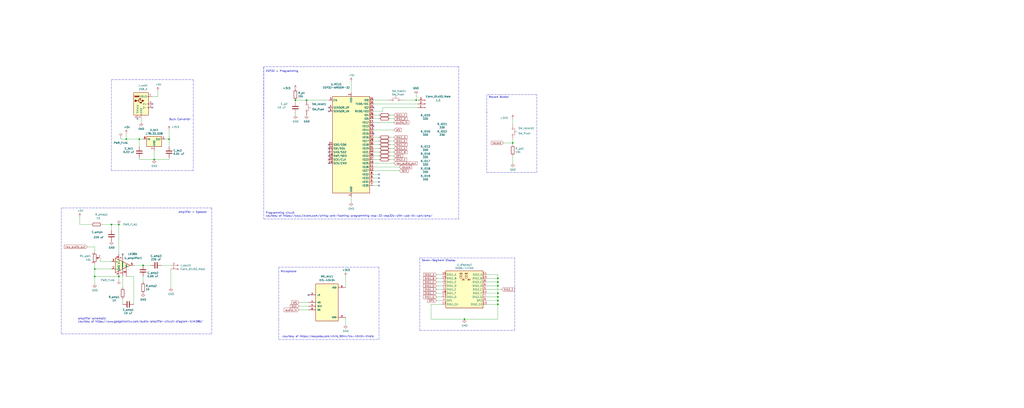
<source format=kicad_sch>
(kicad_sch (version 20210621) (generator eeschema)

  (uuid 1e42773e-126a-4f4b-8624-df95d4bf7856)

  (paper "User" 699.999 279.4)

  (lib_symbols
    (symbol "Amplifier_Audio:LM386" (pin_names (offset 0.127)) (in_bom yes) (on_board yes)
      (property "Reference" "U" (id 0) (at 1.27 7.62 0)
        (effects (font (size 1.27 1.27)) (justify left))
      )
      (property "Value" "LM386" (id 1) (at 1.27 5.08 0)
        (effects (font (size 1.27 1.27)) (justify left))
      )
      (property "Footprint" "" (id 2) (at 2.54 2.54 0)
        (effects (font (size 1.27 1.27)) hide)
      )
      (property "Datasheet" "http://www.ti.com/lit/ds/symlink/lm386.pdf" (id 3) (at 5.08 5.08 0)
        (effects (font (size 1.27 1.27)) hide)
      )
      (property "ki_keywords" "single Power opamp" (id 4) (at 0 0 0)
        (effects (font (size 1.27 1.27)) hide)
      )
      (property "ki_description" "Low Voltage Audio Power Amplifier, DIP-8/SOIC-8/SSOP-8" (id 5) (at 0 0 0)
        (effects (font (size 1.27 1.27)) hide)
      )
      (property "ki_fp_filters" "SOIC*3.9x4.9mm*P1.27mm* DIP*W7.62mm* MSSOP*P0.65mm* TSSOP*3x3mm*P0.5mm*" (id 6) (at 0 0 0)
        (effects (font (size 1.27 1.27)) hide)
      )
      (symbol "LM386_0_1"
        (polyline
          (pts
            (xy 5.08 0)
            (xy -5.08 5.08)
            (xy -5.08 -5.08)
            (xy 5.08 0)
          )
          (stroke (width 0.254) (type default) (color 0 0 0 0))
          (fill (type background))
        )
      )
      (symbol "LM386_1_1"
        (pin input line (at 0 -7.62 90) (length 5.08)
          (name "GAIN" (effects (font (size 0.508 0.508))))
          (number "1" (effects (font (size 1.27 1.27))))
        )
        (pin input line (at -7.62 -2.54 0) (length 2.54)
          (name "-" (effects (font (size 1.27 1.27))))
          (number "2" (effects (font (size 1.27 1.27))))
        )
        (pin input line (at -7.62 2.54 0) (length 2.54)
          (name "+" (effects (font (size 1.27 1.27))))
          (number "3" (effects (font (size 1.27 1.27))))
        )
        (pin power_in line (at -2.54 -7.62 90) (length 3.81)
          (name "GND" (effects (font (size 1.27 1.27))))
          (number "4" (effects (font (size 1.27 1.27))))
        )
        (pin output line (at 7.62 0 180) (length 2.54)
          (name "~" (effects (font (size 1.27 1.27))))
          (number "5" (effects (font (size 1.27 1.27))))
        )
        (pin power_in line (at -2.54 7.62 270) (length 3.81)
          (name "V+" (effects (font (size 1.27 1.27))))
          (number "6" (effects (font (size 1.27 1.27))))
        )
        (pin input line (at 0 7.62 270) (length 5.08)
          (name "BYPASS" (effects (font (size 0.508 0.508))))
          (number "7" (effects (font (size 1.27 1.27))))
        )
        (pin input line (at 2.54 -7.62 90) (length 6.35)
          (name "GAIN" (effects (font (size 0.508 0.508))))
          (number "8" (effects (font (size 1.27 1.27))))
        )
      )
    )
    (symbol "Connector:Conn_01x02_Male" (pin_names (offset 1.016) hide) (in_bom yes) (on_board yes)
      (property "Reference" "J" (id 0) (at 0 2.54 0)
        (effects (font (size 1.27 1.27)))
      )
      (property "Value" "Conn_01x02_Male" (id 1) (at 0 -5.08 0)
        (effects (font (size 1.27 1.27)))
      )
      (property "Footprint" "" (id 2) (at 0 0 0)
        (effects (font (size 1.27 1.27)) hide)
      )
      (property "Datasheet" "~" (id 3) (at 0 0 0)
        (effects (font (size 1.27 1.27)) hide)
      )
      (property "ki_keywords" "connector" (id 4) (at 0 0 0)
        (effects (font (size 1.27 1.27)) hide)
      )
      (property "ki_description" "Generic connector, single row, 01x02, script generated (kicad-library-utils/schlib/autogen/connector/)" (id 5) (at 0 0 0)
        (effects (font (size 1.27 1.27)) hide)
      )
      (property "ki_fp_filters" "Connector*:*_1x??_*" (id 6) (at 0 0 0)
        (effects (font (size 1.27 1.27)) hide)
      )
      (symbol "Conn_01x02_Male_1_1"
        (polyline
          (pts
            (xy 1.27 -2.54)
            (xy 0.8636 -2.54)
          )
          (stroke (width 0.1524) (type default) (color 0 0 0 0))
          (fill (type none))
        )
        (polyline
          (pts
            (xy 1.27 0)
            (xy 0.8636 0)
          )
          (stroke (width 0.1524) (type default) (color 0 0 0 0))
          (fill (type none))
        )
        (rectangle (start 0.8636 -2.413) (end 0 -2.667)
          (stroke (width 0.1524) (type default) (color 0 0 0 0))
          (fill (type outline))
        )
        (rectangle (start 0.8636 0.127) (end 0 -0.127)
          (stroke (width 0.1524) (type default) (color 0 0 0 0))
          (fill (type outline))
        )
        (pin passive line (at 5.08 0 180) (length 3.81)
          (name "Pin_1" (effects (font (size 1.27 1.27))))
          (number "1" (effects (font (size 1.27 1.27))))
        )
        (pin passive line (at 5.08 -2.54 180) (length 3.81)
          (name "Pin_2" (effects (font (size 1.27 1.27))))
          (number "2" (effects (font (size 1.27 1.27))))
        )
      )
    )
    (symbol "Connector:Conn_01x03_Male" (pin_names (offset 1.016) hide) (in_bom yes) (on_board yes)
      (property "Reference" "J" (id 0) (at 0 5.08 0)
        (effects (font (size 1.27 1.27)))
      )
      (property "Value" "Conn_01x03_Male" (id 1) (at 0 -5.08 0)
        (effects (font (size 1.27 1.27)))
      )
      (property "Footprint" "" (id 2) (at 0 0 0)
        (effects (font (size 1.27 1.27)) hide)
      )
      (property "Datasheet" "~" (id 3) (at 0 0 0)
        (effects (font (size 1.27 1.27)) hide)
      )
      (property "ki_keywords" "connector" (id 4) (at 0 0 0)
        (effects (font (size 1.27 1.27)) hide)
      )
      (property "ki_description" "Generic connector, single row, 01x03, script generated (kicad-library-utils/schlib/autogen/connector/)" (id 5) (at 0 0 0)
        (effects (font (size 1.27 1.27)) hide)
      )
      (property "ki_fp_filters" "Connector*:*_1x??_*" (id 6) (at 0 0 0)
        (effects (font (size 1.27 1.27)) hide)
      )
      (symbol "Conn_01x03_Male_1_1"
        (polyline
          (pts
            (xy 1.27 -2.54)
            (xy 0.8636 -2.54)
          )
          (stroke (width 0.1524) (type default) (color 0 0 0 0))
          (fill (type none))
        )
        (polyline
          (pts
            (xy 1.27 0)
            (xy 0.8636 0)
          )
          (stroke (width 0.1524) (type default) (color 0 0 0 0))
          (fill (type none))
        )
        (polyline
          (pts
            (xy 1.27 2.54)
            (xy 0.8636 2.54)
          )
          (stroke (width 0.1524) (type default) (color 0 0 0 0))
          (fill (type none))
        )
        (rectangle (start 0.8636 -2.413) (end 0 -2.667)
          (stroke (width 0.1524) (type default) (color 0 0 0 0))
          (fill (type outline))
        )
        (rectangle (start 0.8636 0.127) (end 0 -0.127)
          (stroke (width 0.1524) (type default) (color 0 0 0 0))
          (fill (type outline))
        )
        (rectangle (start 0.8636 2.667) (end 0 2.413)
          (stroke (width 0.1524) (type default) (color 0 0 0 0))
          (fill (type outline))
        )
        (pin passive line (at 5.08 2.54 180) (length 3.81)
          (name "Pin_1" (effects (font (size 1.27 1.27))))
          (number "1" (effects (font (size 1.27 1.27))))
        )
        (pin passive line (at 5.08 0 180) (length 3.81)
          (name "Pin_2" (effects (font (size 1.27 1.27))))
          (number "2" (effects (font (size 1.27 1.27))))
        )
        (pin passive line (at 5.08 -2.54 180) (length 3.81)
          (name "Pin_3" (effects (font (size 1.27 1.27))))
          (number "3" (effects (font (size 1.27 1.27))))
        )
      )
    )
    (symbol "Connector:USB_A" (pin_names (offset 1.016)) (in_bom yes) (on_board yes)
      (property "Reference" "J" (id 0) (at -5.08 11.43 0)
        (effects (font (size 1.27 1.27)) (justify left))
      )
      (property "Value" "USB_A" (id 1) (at -5.08 8.89 0)
        (effects (font (size 1.27 1.27)) (justify left))
      )
      (property "Footprint" "" (id 2) (at 3.81 -1.27 0)
        (effects (font (size 1.27 1.27)) hide)
      )
      (property "Datasheet" " ~" (id 3) (at 3.81 -1.27 0)
        (effects (font (size 1.27 1.27)) hide)
      )
      (property "ki_keywords" "connector USB" (id 4) (at 0 0 0)
        (effects (font (size 1.27 1.27)) hide)
      )
      (property "ki_description" "USB Type A connector" (id 5) (at 0 0 0)
        (effects (font (size 1.27 1.27)) hide)
      )
      (property "ki_fp_filters" "USB*" (id 6) (at 0 0 0)
        (effects (font (size 1.27 1.27)) hide)
      )
      (symbol "USB_A_0_1"
        (rectangle (start -5.08 -7.62) (end 5.08 7.62)
          (stroke (width 0.254) (type default) (color 0 0 0 0))
          (fill (type background))
        )
        (circle (center -3.81 2.159) (radius 0.635)           (stroke (width 0.254) (type default) (color 0 0 0 0))
          (fill (type outline))
        )
        (rectangle (start -1.524 4.826) (end -4.318 5.334)
          (stroke (width 0) (type default) (color 0 0 0 0))
          (fill (type outline))
        )
        (rectangle (start -1.27 4.572) (end -4.572 5.842)
          (stroke (width 0) (type default) (color 0 0 0 0))
          (fill (type none))
        )
        (circle (center -0.635 3.429) (radius 0.381)           (stroke (width 0.254) (type default) (color 0 0 0 0))
          (fill (type outline))
        )
        (rectangle (start -0.127 -7.62) (end 0.127 -6.858)
          (stroke (width 0) (type default) (color 0 0 0 0))
          (fill (type none))
        )
        (polyline
          (pts
            (xy -3.175 2.159)
            (xy -2.54 2.159)
            (xy -1.27 3.429)
            (xy -0.635 3.429)
          )
          (stroke (width 0.254) (type default) (color 0 0 0 0))
          (fill (type none))
        )
        (polyline
          (pts
            (xy -2.54 2.159)
            (xy -1.905 2.159)
            (xy -1.27 0.889)
            (xy 0 0.889)
          )
          (stroke (width 0.254) (type default) (color 0 0 0 0))
          (fill (type none))
        )
        (polyline
          (pts
            (xy 0.635 2.794)
            (xy 0.635 1.524)
            (xy 1.905 2.159)
            (xy 0.635 2.794)
          )
          (stroke (width 0.254) (type default) (color 0 0 0 0))
          (fill (type outline))
        )
        (rectangle (start 0.254 1.27) (end -0.508 0.508)
          (stroke (width 0.254) (type default) (color 0 0 0 0))
          (fill (type outline))
        )
        (rectangle (start 5.08 -2.667) (end 4.318 -2.413)
          (stroke (width 0) (type default) (color 0 0 0 0))
          (fill (type none))
        )
        (rectangle (start 5.08 -0.127) (end 4.318 0.127)
          (stroke (width 0) (type default) (color 0 0 0 0))
          (fill (type none))
        )
        (rectangle (start 5.08 4.953) (end 4.318 5.207)
          (stroke (width 0) (type default) (color 0 0 0 0))
          (fill (type none))
        )
      )
      (symbol "USB_A_1_1"
        (polyline
          (pts
            (xy -1.905 2.159)
            (xy 0.635 2.159)
          )
          (stroke (width 0.254) (type default) (color 0 0 0 0))
          (fill (type none))
        )
        (pin power_in line (at 7.62 5.08 180) (length 2.54)
          (name "VBUS" (effects (font (size 1.27 1.27))))
          (number "1" (effects (font (size 1.27 1.27))))
        )
        (pin bidirectional line (at 7.62 -2.54 180) (length 2.54)
          (name "D-" (effects (font (size 1.27 1.27))))
          (number "2" (effects (font (size 1.27 1.27))))
        )
        (pin bidirectional line (at 7.62 0 180) (length 2.54)
          (name "D+" (effects (font (size 1.27 1.27))))
          (number "3" (effects (font (size 1.27 1.27))))
        )
        (pin power_in line (at 0 -10.16 90) (length 2.54)
          (name "GND" (effects (font (size 1.27 1.27))))
          (number "4" (effects (font (size 1.27 1.27))))
        )
        (pin passive line (at -2.54 -10.16 90) (length 2.54)
          (name "Shield" (effects (font (size 1.27 1.27))))
          (number "5" (effects (font (size 1.27 1.27))))
        )
      )
    )
    (symbol "Device:C" (pin_numbers hide) (pin_names (offset 0.254)) (in_bom yes) (on_board yes)
      (property "Reference" "C" (id 0) (at 0.635 2.54 0)
        (effects (font (size 1.27 1.27)) (justify left))
      )
      (property "Value" "C" (id 1) (at 0.635 -2.54 0)
        (effects (font (size 1.27 1.27)) (justify left))
      )
      (property "Footprint" "" (id 2) (at 0.9652 -3.81 0)
        (effects (font (size 1.27 1.27)) hide)
      )
      (property "Datasheet" "~" (id 3) (at 0 0 0)
        (effects (font (size 1.27 1.27)) hide)
      )
      (property "ki_keywords" "cap capacitor" (id 4) (at 0 0 0)
        (effects (font (size 1.27 1.27)) hide)
      )
      (property "ki_description" "Unpolarized capacitor" (id 5) (at 0 0 0)
        (effects (font (size 1.27 1.27)) hide)
      )
      (property "ki_fp_filters" "C_*" (id 6) (at 0 0 0)
        (effects (font (size 1.27 1.27)) hide)
      )
      (symbol "C_0_1"
        (polyline
          (pts
            (xy -2.032 -0.762)
            (xy 2.032 -0.762)
          )
          (stroke (width 0.508) (type default) (color 0 0 0 0))
          (fill (type none))
        )
        (polyline
          (pts
            (xy -2.032 0.762)
            (xy 2.032 0.762)
          )
          (stroke (width 0.508) (type default) (color 0 0 0 0))
          (fill (type none))
        )
      )
      (symbol "C_1_1"
        (pin passive line (at 0 3.81 270) (length 2.794)
          (name "~" (effects (font (size 1.27 1.27))))
          (number "1" (effects (font (size 1.27 1.27))))
        )
        (pin passive line (at 0 -3.81 90) (length 2.794)
          (name "~" (effects (font (size 1.27 1.27))))
          (number "2" (effects (font (size 1.27 1.27))))
        )
      )
    )
    (symbol "Device:R" (pin_numbers hide) (pin_names (offset 0)) (in_bom yes) (on_board yes)
      (property "Reference" "R" (id 0) (at 2.032 0 90)
        (effects (font (size 1.27 1.27)))
      )
      (property "Value" "R" (id 1) (at 0 0 90)
        (effects (font (size 1.27 1.27)))
      )
      (property "Footprint" "" (id 2) (at -1.778 0 90)
        (effects (font (size 1.27 1.27)) hide)
      )
      (property "Datasheet" "~" (id 3) (at 0 0 0)
        (effects (font (size 1.27 1.27)) hide)
      )
      (property "ki_keywords" "R res resistor" (id 4) (at 0 0 0)
        (effects (font (size 1.27 1.27)) hide)
      )
      (property "ki_description" "Resistor" (id 5) (at 0 0 0)
        (effects (font (size 1.27 1.27)) hide)
      )
      (property "ki_fp_filters" "R_*" (id 6) (at 0 0 0)
        (effects (font (size 1.27 1.27)) hide)
      )
      (symbol "R_0_1"
        (rectangle (start -1.016 -2.54) (end 1.016 2.54)
          (stroke (width 0.254) (type default) (color 0 0 0 0))
          (fill (type none))
        )
      )
      (symbol "R_1_1"
        (pin passive line (at 0 3.81 270) (length 1.27)
          (name "~" (effects (font (size 1.27 1.27))))
          (number "1" (effects (font (size 1.27 1.27))))
        )
        (pin passive line (at 0 -3.81 90) (length 1.27)
          (name "~" (effects (font (size 1.27 1.27))))
          (number "2" (effects (font (size 1.27 1.27))))
        )
      )
    )
    (symbol "Device:R_Potentiometer" (pin_names (offset 1.016) hide) (in_bom yes) (on_board yes)
      (property "Reference" "RV" (id 0) (at -4.445 0 90)
        (effects (font (size 1.27 1.27)))
      )
      (property "Value" "R_Potentiometer" (id 1) (at -2.54 0 90)
        (effects (font (size 1.27 1.27)))
      )
      (property "Footprint" "" (id 2) (at 0 0 0)
        (effects (font (size 1.27 1.27)) hide)
      )
      (property "Datasheet" "~" (id 3) (at 0 0 0)
        (effects (font (size 1.27 1.27)) hide)
      )
      (property "ki_keywords" "resistor variable" (id 4) (at 0 0 0)
        (effects (font (size 1.27 1.27)) hide)
      )
      (property "ki_description" "Potentiometer" (id 5) (at 0 0 0)
        (effects (font (size 1.27 1.27)) hide)
      )
      (property "ki_fp_filters" "Potentiometer*" (id 6) (at 0 0 0)
        (effects (font (size 1.27 1.27)) hide)
      )
      (symbol "R_Potentiometer_0_1"
        (polyline
          (pts
            (xy 2.54 0)
            (xy 1.524 0)
          )
          (stroke (width 0) (type default) (color 0 0 0 0))
          (fill (type none))
        )
        (polyline
          (pts
            (xy 1.143 0)
            (xy 2.286 0.508)
            (xy 2.286 -0.508)
            (xy 1.143 0)
          )
          (stroke (width 0) (type default) (color 0 0 0 0))
          (fill (type outline))
        )
        (rectangle (start 1.016 2.54) (end -1.016 -2.54)
          (stroke (width 0.254) (type default) (color 0 0 0 0))
          (fill (type none))
        )
      )
      (symbol "R_Potentiometer_1_1"
        (pin passive line (at 0 3.81 270) (length 1.27)
          (name "1" (effects (font (size 1.27 1.27))))
          (number "1" (effects (font (size 1.27 1.27))))
        )
        (pin passive line (at 3.81 0 180) (length 1.27)
          (name "2" (effects (font (size 1.27 1.27))))
          (number "2" (effects (font (size 1.27 1.27))))
        )
        (pin passive line (at 0 -3.81 90) (length 1.27)
          (name "3" (effects (font (size 1.27 1.27))))
          (number "3" (effects (font (size 1.27 1.27))))
        )
      )
    )
    (symbol "Display_Character:DA56-11EWA" (in_bom yes) (on_board yes)
      (property "Reference" "U" (id 0) (at -11.43 13.97 0)
        (effects (font (size 1.27 1.27)))
      )
      (property "Value" "DA56-11EWA" (id 1) (at 12.7 13.97 0)
        (effects (font (size 1.27 1.27)) (justify right))
      )
      (property "Footprint" "Display_7Segment:DA56-11SURKWA" (id 2) (at 0.508 -16.51 0)
        (effects (font (size 1.27 1.27)) hide)
      )
      (property "Datasheet" "http://www.kingbrightusa.com/images/catalog/SPEC/DA56-11EWA.pdf" (id 3) (at -3.048 2.54 0)
        (effects (font (size 1.27 1.27)) hide)
      )
      (property "ki_keywords" "display LED 7-segment" (id 4) (at 0 0 0)
        (effects (font (size 1.27 1.27)) hide)
      )
      (property "ki_description" "Double digit 7 segment high effecient red LED common anode" (id 5) (at 0 0 0)
        (effects (font (size 1.27 1.27)) hide)
      )
      (property "ki_fp_filters" "*DA56*11*" (id 6) (at 0 0 0)
        (effects (font (size 1.27 1.27)) hide)
      )
      (symbol "DA56-11EWA_0_0"
        (text "8.8." (at 0 8.636 0)
          (effects (font (size 2.54 2.54)))
        )
        (text "DIG1" (at -2.286 10.922 0)
          (effects (font (size 0.635 0.635)))
        )
        (text "DIG2" (at 1.27 10.922 0)
          (effects (font (size 0.635 0.635)))
        )
        (text "DP1" (at -0.762 6.604 0)
          (effects (font (size 0.635 0.635)))
        )
        (text "DP2" (at 3.048 6.604 0)
          (effects (font (size 0.635 0.635)))
        )
      )
      (symbol "DA56-11EWA_0_1"
        (rectangle (start -12.7 12.7) (end 12.7 -12.7)
          (stroke (width 0.254) (type default) (color 0 0 0 0))
          (fill (type background))
        )
      )
      (symbol "DA56-11EWA_1_1"
        (pin input line (at -15.24 0 0) (length 2.54)
          (name "DIG1_E" (effects (font (size 1.27 1.27))))
          (number "1" (effects (font (size 1.27 1.27))))
        )
        (pin input line (at 15.24 7.62 180) (length 2.54)
          (name "DIG2_B" (effects (font (size 1.27 1.27))))
          (number "10" (effects (font (size 1.27 1.27))))
        )
        (pin input line (at 15.24 10.16 180) (length 2.54)
          (name "DIG2_A" (effects (font (size 1.27 1.27))))
          (number "11" (effects (font (size 1.27 1.27))))
        )
        (pin input line (at 15.24 -2.54 180) (length 2.54)
          (name "DIG2_F" (effects (font (size 1.27 1.27))))
          (number "12" (effects (font (size 1.27 1.27))))
        )
        (pin input line (at 15.24 -10.16 180) (length 2.54)
          (name "DIG2_CA" (effects (font (size 1.27 1.27))))
          (number "13" (effects (font (size 1.27 1.27))))
        )
        (pin input line (at -15.24 -10.16 0) (length 2.54)
          (name "DIG1_CA" (effects (font (size 1.27 1.27))))
          (number "14" (effects (font (size 1.27 1.27))))
        )
        (pin input line (at -15.24 7.62 0) (length 2.54)
          (name "DIG1_B" (effects (font (size 1.27 1.27))))
          (number "15" (effects (font (size 1.27 1.27))))
        )
        (pin input line (at -15.24 10.16 0) (length 2.54)
          (name "DIG1_A" (effects (font (size 1.27 1.27))))
          (number "16" (effects (font (size 1.27 1.27))))
        )
        (pin input line (at -15.24 -5.08 0) (length 2.54)
          (name "DIG1_G" (effects (font (size 1.27 1.27))))
          (number "17" (effects (font (size 1.27 1.27))))
        )
        (pin input line (at -15.24 -2.54 0) (length 2.54)
          (name "DIG1_F" (effects (font (size 1.27 1.27))))
          (number "18" (effects (font (size 1.27 1.27))))
        )
        (pin input line (at -15.24 2.54 0) (length 2.54)
          (name "DIG1_D" (effects (font (size 1.27 1.27))))
          (number "2" (effects (font (size 1.27 1.27))))
        )
        (pin input line (at -15.24 5.08 0) (length 2.54)
          (name "DIG1_C" (effects (font (size 1.27 1.27))))
          (number "3" (effects (font (size 1.27 1.27))))
        )
        (pin input line (at -15.24 -7.62 0) (length 2.54)
          (name "DP1" (effects (font (size 1.27 1.27))))
          (number "4" (effects (font (size 1.27 1.27))))
        )
        (pin input line (at 15.24 0 180) (length 2.54)
          (name "DIG2_E" (effects (font (size 1.27 1.27))))
          (number "5" (effects (font (size 1.27 1.27))))
        )
        (pin input line (at 15.24 2.54 180) (length 2.54)
          (name "DIG2_D" (effects (font (size 1.27 1.27))))
          (number "6" (effects (font (size 1.27 1.27))))
        )
        (pin input line (at 15.24 -5.08 180) (length 2.54)
          (name "DIG2_G" (effects (font (size 1.27 1.27))))
          (number "7" (effects (font (size 1.27 1.27))))
        )
        (pin input line (at 15.24 5.08 180) (length 2.54)
          (name "DIG2_C" (effects (font (size 1.27 1.27))))
          (number "8" (effects (font (size 1.27 1.27))))
        )
        (pin input line (at 15.24 -7.62 180) (length 2.54)
          (name "DP2" (effects (font (size 1.27 1.27))))
          (number "9" (effects (font (size 1.27 1.27))))
        )
      )
    )
    (symbol "ICS-43434:ICS-43434" (pin_names (offset 1.016)) (in_bom yes) (on_board yes)
      (property "Reference" "MK" (id 0) (at -7.6708 12.7762 0)
        (effects (font (size 1.27 1.27)) (justify left bottom))
      )
      (property "Value" "ICS-43434" (id 1) (at -7.6708 -15.3416 0)
        (effects (font (size 1.27 1.27)) (justify left bottom))
      )
      (property "Footprint" "MIC_ICS-43434" (id 2) (at 0 0 0)
        (effects (font (size 1.27 1.27)) (justify left bottom) hide)
      )
      (property "Datasheet" "" (id 3) (at 0 0 0)
        (effects (font (size 1.27 1.27)) (justify left bottom) hide)
      )
      (property "PRICE" "2.43 USD" (id 4) (at 0 0 0)
        (effects (font (size 1.27 1.27)) (justify left bottom) hide)
      )
      (property "MF" "TDK-InvenSense" (id 5) (at 0 0 0)
        (effects (font (size 1.27 1.27)) (justify left bottom) hide)
      )
      (property "PACKAGE" "LGA-6 TDK-InvenSense" (id 6) (at 0 0 0)
        (effects (font (size 1.27 1.27)) (justify left bottom) hide)
      )
      (property "DESCRIPTION" "Multi-Mode Microphone with I2S Digital Output" (id 7) (at 0 0 0)
        (effects (font (size 1.27 1.27)) (justify left bottom) hide)
      )
      (property "AVAILABILITY" "Bad" (id 8) (at 0 0 0)
        (effects (font (size 1.27 1.27)) (justify left bottom) hide)
      )
      (property "MP" "ICS-43434" (id 9) (at 0 0 0)
        (effects (font (size 1.27 1.27)) (justify left bottom) hide)
      )
      (property "ki_locked" "" (id 10) (at 0 0 0)
        (effects (font (size 1.27 1.27)))
      )
      (symbol "ICS-43434_0_0"
        (rectangle (start -7.62 -12.7) (end 7.62 12.7)
          (stroke (width 0.254) (type default) (color 0 0 0 0))
          (fill (type background))
        )
        (pin input line (at -12.7 0 0) (length 5.08)
          (name "WS" (effects (font (size 1.016 1.016))))
          (number "1" (effects (font (size 1.016 1.016))))
        )
        (pin input line (at -12.7 5.08 0) (length 5.08)
          (name "LR" (effects (font (size 1.016 1.016))))
          (number "2" (effects (font (size 1.016 1.016))))
        )
        (pin power_in line (at 12.7 -10.16 180) (length 5.08)
          (name "GND" (effects (font (size 1.016 1.016))))
          (number "3" (effects (font (size 1.016 1.016))))
        )
        (pin input line (at -12.7 -2.54 0) (length 5.08)
          (name "SCK" (effects (font (size 1.016 1.016))))
          (number "4" (effects (font (size 1.016 1.016))))
        )
        (pin power_in line (at 12.7 10.16 180) (length 5.08)
          (name "VDD" (effects (font (size 1.016 1.016))))
          (number "5" (effects (font (size 1.016 1.016))))
        )
        (pin output line (at -12.7 -5.08 0) (length 5.08)
          (name "SD" (effects (font (size 1.016 1.016))))
          (number "6" (effects (font (size 1.016 1.016))))
        )
      )
    )
    (symbol "RF_Module:ESP32-WROOM-32" (in_bom yes) (on_board yes)
      (property "Reference" "U" (id 0) (at -12.7 34.29 0)
        (effects (font (size 1.27 1.27)) (justify left))
      )
      (property "Value" "ESP32-WROOM-32" (id 1) (at 1.27 34.29 0)
        (effects (font (size 1.27 1.27)) (justify left))
      )
      (property "Footprint" "RF_Module:ESP32-WROOM-32" (id 2) (at 0 -38.1 0)
        (effects (font (size 1.27 1.27)) hide)
      )
      (property "Datasheet" "https://www.espressif.com/sites/default/files/documentation/esp32-wroom-32_datasheet_en.pdf" (id 3) (at -7.62 1.27 0)
        (effects (font (size 1.27 1.27)) hide)
      )
      (property "ki_keywords" "RF Radio BT ESP ESP32 Espressif onboard PCB antenna" (id 4) (at 0 0 0)
        (effects (font (size 1.27 1.27)) hide)
      )
      (property "ki_description" "RF Module, ESP32-D0WDQ6 SoC, Wi-Fi 802.11b/g/n, Bluetooth, BLE, 32-bit, 2.7-3.6V, onboard antenna, SMD" (id 5) (at 0 0 0)
        (effects (font (size 1.27 1.27)) hide)
      )
      (property "ki_fp_filters" "ESP32?WROOM?32*" (id 6) (at 0 0 0)
        (effects (font (size 1.27 1.27)) hide)
      )
      (symbol "ESP32-WROOM-32_0_1"
        (rectangle (start -12.7 33.02) (end 12.7 -33.02)
          (stroke (width 0.254) (type default) (color 0 0 0 0))
          (fill (type background))
        )
      )
      (symbol "ESP32-WROOM-32_1_1"
        (pin power_in line (at 0 -35.56 90) (length 2.54)
          (name "GND" (effects (font (size 1.27 1.27))))
          (number "1" (effects (font (size 1.27 1.27))))
        )
        (pin bidirectional line (at 15.24 -12.7 180) (length 2.54)
          (name "IO25" (effects (font (size 1.27 1.27))))
          (number "10" (effects (font (size 1.27 1.27))))
        )
        (pin bidirectional line (at 15.24 -15.24 180) (length 2.54)
          (name "IO26" (effects (font (size 1.27 1.27))))
          (number "11" (effects (font (size 1.27 1.27))))
        )
        (pin bidirectional line (at 15.24 -17.78 180) (length 2.54)
          (name "IO27" (effects (font (size 1.27 1.27))))
          (number "12" (effects (font (size 1.27 1.27))))
        )
        (pin bidirectional line (at 15.24 10.16 180) (length 2.54)
          (name "IO14" (effects (font (size 1.27 1.27))))
          (number "13" (effects (font (size 1.27 1.27))))
        )
        (pin bidirectional line (at 15.24 15.24 180) (length 2.54)
          (name "IO12" (effects (font (size 1.27 1.27))))
          (number "14" (effects (font (size 1.27 1.27))))
        )
        (pin passive line (at 0 -35.56 90) (length 2.54) hide
          (name "GND" (effects (font (size 1.27 1.27))))
          (number "15" (effects (font (size 1.27 1.27))))
        )
        (pin bidirectional line (at 15.24 12.7 180) (length 2.54)
          (name "IO13" (effects (font (size 1.27 1.27))))
          (number "16" (effects (font (size 1.27 1.27))))
        )
        (pin bidirectional line (at -15.24 -5.08 0) (length 2.54)
          (name "SHD/SD2" (effects (font (size 1.27 1.27))))
          (number "17" (effects (font (size 1.27 1.27))))
        )
        (pin bidirectional line (at -15.24 -7.62 0) (length 2.54)
          (name "SWP/SD3" (effects (font (size 1.27 1.27))))
          (number "18" (effects (font (size 1.27 1.27))))
        )
        (pin bidirectional line (at -15.24 -12.7 0) (length 2.54)
          (name "SCS/CMD" (effects (font (size 1.27 1.27))))
          (number "19" (effects (font (size 1.27 1.27))))
        )
        (pin power_in line (at 0 35.56 270) (length 2.54)
          (name "VDD" (effects (font (size 1.27 1.27))))
          (number "2" (effects (font (size 1.27 1.27))))
        )
        (pin bidirectional line (at -15.24 -10.16 0) (length 2.54)
          (name "SCK/CLK" (effects (font (size 1.27 1.27))))
          (number "20" (effects (font (size 1.27 1.27))))
        )
        (pin bidirectional line (at -15.24 0 0) (length 2.54)
          (name "SDO/SD0" (effects (font (size 1.27 1.27))))
          (number "21" (effects (font (size 1.27 1.27))))
        )
        (pin bidirectional line (at -15.24 -2.54 0) (length 2.54)
          (name "SDI/SD1" (effects (font (size 1.27 1.27))))
          (number "22" (effects (font (size 1.27 1.27))))
        )
        (pin bidirectional line (at 15.24 7.62 180) (length 2.54)
          (name "IO15" (effects (font (size 1.27 1.27))))
          (number "23" (effects (font (size 1.27 1.27))))
        )
        (pin bidirectional line (at 15.24 25.4 180) (length 2.54)
          (name "IO2" (effects (font (size 1.27 1.27))))
          (number "24" (effects (font (size 1.27 1.27))))
        )
        (pin bidirectional line (at 15.24 30.48 180) (length 2.54)
          (name "IO0" (effects (font (size 1.27 1.27))))
          (number "25" (effects (font (size 1.27 1.27))))
        )
        (pin bidirectional line (at 15.24 20.32 180) (length 2.54)
          (name "IO4" (effects (font (size 1.27 1.27))))
          (number "26" (effects (font (size 1.27 1.27))))
        )
        (pin bidirectional line (at 15.24 5.08 180) (length 2.54)
          (name "IO16" (effects (font (size 1.27 1.27))))
          (number "27" (effects (font (size 1.27 1.27))))
        )
        (pin bidirectional line (at 15.24 2.54 180) (length 2.54)
          (name "IO17" (effects (font (size 1.27 1.27))))
          (number "28" (effects (font (size 1.27 1.27))))
        )
        (pin bidirectional line (at 15.24 17.78 180) (length 2.54)
          (name "IO5" (effects (font (size 1.27 1.27))))
          (number "29" (effects (font (size 1.27 1.27))))
        )
        (pin input line (at -15.24 30.48 0) (length 2.54)
          (name "EN" (effects (font (size 1.27 1.27))))
          (number "3" (effects (font (size 1.27 1.27))))
        )
        (pin bidirectional line (at 15.24 0 180) (length 2.54)
          (name "IO18" (effects (font (size 1.27 1.27))))
          (number "30" (effects (font (size 1.27 1.27))))
        )
        (pin bidirectional line (at 15.24 -2.54 180) (length 2.54)
          (name "IO19" (effects (font (size 1.27 1.27))))
          (number "31" (effects (font (size 1.27 1.27))))
        )
        (pin no_connect line (at -12.7 -27.94 0) (length 2.54) hide
          (name "NC" (effects (font (size 1.27 1.27))))
          (number "32" (effects (font (size 1.27 1.27))))
        )
        (pin bidirectional line (at 15.24 -5.08 180) (length 2.54)
          (name "IO21" (effects (font (size 1.27 1.27))))
          (number "33" (effects (font (size 1.27 1.27))))
        )
        (pin bidirectional line (at 15.24 22.86 180) (length 2.54)
          (name "RXD0/IO3" (effects (font (size 1.27 1.27))))
          (number "34" (effects (font (size 1.27 1.27))))
        )
        (pin bidirectional line (at 15.24 27.94 180) (length 2.54)
          (name "TXD0/IO1" (effects (font (size 1.27 1.27))))
          (number "35" (effects (font (size 1.27 1.27))))
        )
        (pin bidirectional line (at 15.24 -7.62 180) (length 2.54)
          (name "IO22" (effects (font (size 1.27 1.27))))
          (number "36" (effects (font (size 1.27 1.27))))
        )
        (pin bidirectional line (at 15.24 -10.16 180) (length 2.54)
          (name "IO23" (effects (font (size 1.27 1.27))))
          (number "37" (effects (font (size 1.27 1.27))))
        )
        (pin passive line (at 0 -35.56 90) (length 2.54) hide
          (name "GND" (effects (font (size 1.27 1.27))))
          (number "38" (effects (font (size 1.27 1.27))))
        )
        (pin passive line (at 0 -35.56 90) (length 2.54) hide
          (name "GND" (effects (font (size 1.27 1.27))))
          (number "39" (effects (font (size 1.27 1.27))))
        )
        (pin input line (at -15.24 25.4 0) (length 2.54)
          (name "SENSOR_VP" (effects (font (size 1.27 1.27))))
          (number "4" (effects (font (size 1.27 1.27))))
        )
        (pin input line (at -15.24 22.86 0) (length 2.54)
          (name "SENSOR_VN" (effects (font (size 1.27 1.27))))
          (number "5" (effects (font (size 1.27 1.27))))
        )
        (pin input line (at 15.24 -25.4 180) (length 2.54)
          (name "IO34" (effects (font (size 1.27 1.27))))
          (number "6" (effects (font (size 1.27 1.27))))
        )
        (pin input line (at 15.24 -27.94 180) (length 2.54)
          (name "IO35" (effects (font (size 1.27 1.27))))
          (number "7" (effects (font (size 1.27 1.27))))
        )
        (pin bidirectional line (at 15.24 -20.32 180) (length 2.54)
          (name "IO32" (effects (font (size 1.27 1.27))))
          (number "8" (effects (font (size 1.27 1.27))))
        )
        (pin bidirectional line (at 15.24 -22.86 180) (length 2.54)
          (name "IO33" (effects (font (size 1.27 1.27))))
          (number "9" (effects (font (size 1.27 1.27))))
        )
      )
    )
    (symbol "Regulator_Linear:L78L33_SO8" (pin_names (offset 0.254)) (in_bom yes) (on_board yes)
      (property "Reference" "U" (id 0) (at -3.81 3.175 0)
        (effects (font (size 1.27 1.27)))
      )
      (property "Value" "L78L33_SO8" (id 1) (at 0 3.175 0)
        (effects (font (size 1.27 1.27)) (justify left))
      )
      (property "Footprint" "Package_SO:SOIC-8_3.9x4.9mm_P1.27mm" (id 2) (at 2.54 5.08 0)
        (effects (font (size 1.27 1.27) italic) hide)
      )
      (property "Datasheet" "http://www.st.com/content/ccc/resource/technical/document/datasheet/15/55/e5/aa/23/5b/43/fd/CD00000446.pdf/files/CD00000446.pdf/jcr:content/translations/en.CD00000446.pdf" (id 3) (at 5.08 0 0)
        (effects (font (size 1.27 1.27)) hide)
      )
      (property "ki_keywords" "Voltage Regulator 100mA Positive" (id 4) (at 0 0 0)
        (effects (font (size 1.27 1.27)) hide)
      )
      (property "ki_description" "Positive 100mA 30V Linear Regulator, Fixed Output 3.3V, SO-8" (id 5) (at 0 0 0)
        (effects (font (size 1.27 1.27)) hide)
      )
      (property "ki_fp_filters" "SOIC*3.9x4.9mm*P1.27mm*" (id 6) (at 0 0 0)
        (effects (font (size 1.27 1.27)) hide)
      )
      (symbol "L78L33_SO8_0_1"
        (rectangle (start -5.08 1.905) (end 5.08 -5.08)
          (stroke (width 0.254) (type default) (color 0 0 0 0))
          (fill (type background))
        )
      )
      (symbol "L78L33_SO8_1_1"
        (pin power_out line (at 7.62 0 180) (length 2.54)
          (name "OUT" (effects (font (size 1.27 1.27))))
          (number "1" (effects (font (size 1.27 1.27))))
        )
        (pin passive line (at 0 -7.62 90) (length 2.54) hide
          (name "GND" (effects (font (size 1.27 1.27))))
          (number "2" (effects (font (size 1.27 1.27))))
        )
        (pin passive line (at 0 -7.62 90) (length 2.54) hide
          (name "GND" (effects (font (size 1.27 1.27))))
          (number "3" (effects (font (size 1.27 1.27))))
        )
        (pin no_connect line (at -5.08 -2.54 0) (length 2.54) hide
          (name "NC" (effects (font (size 1.27 1.27))))
          (number "4" (effects (font (size 1.27 1.27))))
        )
        (pin no_connect line (at 5.08 -2.54 180) (length 2.54) hide
          (name "NC" (effects (font (size 1.27 1.27))))
          (number "5" (effects (font (size 1.27 1.27))))
        )
        (pin passive line (at 0 -7.62 90) (length 2.54) hide
          (name "GND" (effects (font (size 1.27 1.27))))
          (number "6" (effects (font (size 1.27 1.27))))
        )
        (pin power_in line (at 0 -7.62 90) (length 2.54)
          (name "GND" (effects (font (size 1.27 1.27))))
          (number "7" (effects (font (size 1.27 1.27))))
        )
        (pin power_in line (at -7.62 0 0) (length 2.54)
          (name "IN" (effects (font (size 1.27 1.27))))
          (number "8" (effects (font (size 1.27 1.27))))
        )
      )
    )
    (symbol "Switch:SW_Push" (pin_numbers hide) (pin_names (offset 1.016) hide) (in_bom yes) (on_board yes)
      (property "Reference" "SW" (id 0) (at 1.27 2.54 0)
        (effects (font (size 1.27 1.27)) (justify left))
      )
      (property "Value" "SW_Push" (id 1) (at 0 -1.524 0)
        (effects (font (size 1.27 1.27)))
      )
      (property "Footprint" "" (id 2) (at 0 5.08 0)
        (effects (font (size 1.27 1.27)) hide)
      )
      (property "Datasheet" "~" (id 3) (at 0 5.08 0)
        (effects (font (size 1.27 1.27)) hide)
      )
      (property "ki_keywords" "switch normally-open pushbutton push-button" (id 4) (at 0 0 0)
        (effects (font (size 1.27 1.27)) hide)
      )
      (property "ki_description" "Push button switch, generic, two pins" (id 5) (at 0 0 0)
        (effects (font (size 1.27 1.27)) hide)
      )
      (symbol "SW_Push_0_1"
        (circle (center -2.032 0) (radius 0.508)           (stroke (width 0) (type default) (color 0 0 0 0))
          (fill (type none))
        )
        (polyline
          (pts
            (xy 0 1.27)
            (xy 0 3.048)
          )
          (stroke (width 0) (type default) (color 0 0 0 0))
          (fill (type none))
        )
        (polyline
          (pts
            (xy 2.54 1.27)
            (xy -2.54 1.27)
          )
          (stroke (width 0) (type default) (color 0 0 0 0))
          (fill (type none))
        )
        (circle (center 2.032 0) (radius 0.508)           (stroke (width 0) (type default) (color 0 0 0 0))
          (fill (type none))
        )
        (pin passive line (at -5.08 0 0) (length 2.54)
          (name "1" (effects (font (size 1.27 1.27))))
          (number "1" (effects (font (size 1.27 1.27))))
        )
        (pin passive line (at 5.08 0 180) (length 2.54)
          (name "2" (effects (font (size 1.27 1.27))))
          (number "2" (effects (font (size 1.27 1.27))))
        )
      )
    )
    (symbol "power:+3V3" (power) (pin_names (offset 0)) (in_bom yes) (on_board yes)
      (property "Reference" "#PWR" (id 0) (at 0 -3.81 0)
        (effects (font (size 1.27 1.27)) hide)
      )
      (property "Value" "+3V3" (id 1) (at 0 3.556 0)
        (effects (font (size 1.27 1.27)))
      )
      (property "Footprint" "" (id 2) (at 0 0 0)
        (effects (font (size 1.27 1.27)) hide)
      )
      (property "Datasheet" "" (id 3) (at 0 0 0)
        (effects (font (size 1.27 1.27)) hide)
      )
      (property "ki_keywords" "power-flag" (id 4) (at 0 0 0)
        (effects (font (size 1.27 1.27)) hide)
      )
      (property "ki_description" "Power symbol creates a global label with name \"+3V3\"" (id 5) (at 0 0 0)
        (effects (font (size 1.27 1.27)) hide)
      )
      (symbol "+3V3_0_1"
        (polyline
          (pts
            (xy -0.762 1.27)
            (xy 0 2.54)
          )
          (stroke (width 0) (type default) (color 0 0 0 0))
          (fill (type none))
        )
        (polyline
          (pts
            (xy 0 0)
            (xy 0 2.54)
          )
          (stroke (width 0) (type default) (color 0 0 0 0))
          (fill (type none))
        )
        (polyline
          (pts
            (xy 0 2.54)
            (xy 0.762 1.27)
          )
          (stroke (width 0) (type default) (color 0 0 0 0))
          (fill (type none))
        )
      )
      (symbol "+3V3_1_1"
        (pin power_in line (at 0 0 90) (length 0) hide
          (name "+3V3" (effects (font (size 1.27 1.27))))
          (number "1" (effects (font (size 1.27 1.27))))
        )
      )
    )
    (symbol "power:+5V" (power) (pin_names (offset 0)) (in_bom yes) (on_board yes)
      (property "Reference" "#PWR" (id 0) (at 0 -3.81 0)
        (effects (font (size 1.27 1.27)) hide)
      )
      (property "Value" "+5V" (id 1) (at 0 3.556 0)
        (effects (font (size 1.27 1.27)))
      )
      (property "Footprint" "" (id 2) (at 0 0 0)
        (effects (font (size 1.27 1.27)) hide)
      )
      (property "Datasheet" "" (id 3) (at 0 0 0)
        (effects (font (size 1.27 1.27)) hide)
      )
      (property "ki_keywords" "power-flag" (id 4) (at 0 0 0)
        (effects (font (size 1.27 1.27)) hide)
      )
      (property "ki_description" "Power symbol creates a global label with name \"+5V\"" (id 5) (at 0 0 0)
        (effects (font (size 1.27 1.27)) hide)
      )
      (symbol "+5V_0_1"
        (polyline
          (pts
            (xy -0.762 1.27)
            (xy 0 2.54)
          )
          (stroke (width 0) (type default) (color 0 0 0 0))
          (fill (type none))
        )
        (polyline
          (pts
            (xy 0 0)
            (xy 0 2.54)
          )
          (stroke (width 0) (type default) (color 0 0 0 0))
          (fill (type none))
        )
        (polyline
          (pts
            (xy 0 2.54)
            (xy 0.762 1.27)
          )
          (stroke (width 0) (type default) (color 0 0 0 0))
          (fill (type none))
        )
      )
      (symbol "+5V_1_1"
        (pin power_in line (at 0 0 90) (length 0) hide
          (name "+5V" (effects (font (size 1.27 1.27))))
          (number "1" (effects (font (size 1.27 1.27))))
        )
      )
    )
    (symbol "power:GND" (power) (pin_names (offset 0)) (in_bom yes) (on_board yes)
      (property "Reference" "#PWR" (id 0) (at 0 -6.35 0)
        (effects (font (size 1.27 1.27)) hide)
      )
      (property "Value" "GND" (id 1) (at 0 -3.81 0)
        (effects (font (size 1.27 1.27)))
      )
      (property "Footprint" "" (id 2) (at 0 0 0)
        (effects (font (size 1.27 1.27)) hide)
      )
      (property "Datasheet" "" (id 3) (at 0 0 0)
        (effects (font (size 1.27 1.27)) hide)
      )
      (property "ki_keywords" "power-flag" (id 4) (at 0 0 0)
        (effects (font (size 1.27 1.27)) hide)
      )
      (property "ki_description" "Power symbol creates a global label with name \"GND\" , ground" (id 5) (at 0 0 0)
        (effects (font (size 1.27 1.27)) hide)
      )
      (symbol "GND_0_1"
        (polyline
          (pts
            (xy 0 0)
            (xy 0 -1.27)
            (xy 1.27 -1.27)
            (xy 0 -2.54)
            (xy -1.27 -1.27)
            (xy 0 -1.27)
          )
          (stroke (width 0) (type default) (color 0 0 0 0))
          (fill (type none))
        )
      )
      (symbol "GND_1_1"
        (pin power_in line (at 0 0 270) (length 0) hide
          (name "GND" (effects (font (size 1.27 1.27))))
          (number "1" (effects (font (size 1.27 1.27))))
        )
      )
    )
    (symbol "power:PWR_FLAG" (power) (pin_numbers hide) (pin_names (offset 0) hide) (in_bom yes) (on_board yes)
      (property "Reference" "#FLG" (id 0) (at 0 1.905 0)
        (effects (font (size 1.27 1.27)) hide)
      )
      (property "Value" "PWR_FLAG" (id 1) (at 0 3.81 0)
        (effects (font (size 1.27 1.27)))
      )
      (property "Footprint" "" (id 2) (at 0 0 0)
        (effects (font (size 1.27 1.27)) hide)
      )
      (property "Datasheet" "~" (id 3) (at 0 0 0)
        (effects (font (size 1.27 1.27)) hide)
      )
      (property "ki_keywords" "power-flag" (id 4) (at 0 0 0)
        (effects (font (size 1.27 1.27)) hide)
      )
      (property "ki_description" "Special symbol for telling ERC where power comes from" (id 5) (at 0 0 0)
        (effects (font (size 1.27 1.27)) hide)
      )
      (symbol "PWR_FLAG_0_0"
        (pin power_out line (at 0 0 90) (length 0)
          (name "pwr" (effects (font (size 1.27 1.27))))
          (number "1" (effects (font (size 1.27 1.27))))
        )
      )
      (symbol "PWR_FLAG_0_1"
        (polyline
          (pts
            (xy 0 0)
            (xy 0 1.27)
            (xy -1.016 1.905)
            (xy 0 2.54)
            (xy 1.016 1.905)
            (xy 0 1.27)
          )
          (stroke (width 0) (type default) (color 0 0 0 0))
          (fill (type none))
        )
      )
    )
  )

  (junction (at 115.57 95.25) (diameter 0) (color 0 0 0 0))
  (junction (at 350.52 97.79) (diameter 0) (color 0 0 0 0))
  (junction (at 64.77 189.23) (diameter 0) (color 0 0 0 0))
  (junction (at 81.28 189.23) (diameter 0) (color 0 0 0 0))
  (junction (at 340.36 200.66) (diameter 0) (color 0 0 0 0))
  (junction (at 209.55 68.58) (diameter 0) (color 0 0 0 0))
  (junction (at 340.36 195.58) (diameter 0) (color 0 0 0 0))
  (junction (at 340.36 190.5) (diameter 0) (color 0 0 0 0))
  (junction (at 97.79 181.61) (diameter 0) (color 0 0 0 0))
  (junction (at 340.36 193.04) (diameter 0) (color 0 0 0 0))
  (junction (at 317.5 218.44) (diameter 0) (color 0 0 0 0))
  (junction (at 86.36 95.25) (diameter 0) (color 0 0 0 0))
  (junction (at 76.2 153.67) (diameter 0) (color 0 0 0 0))
  (junction (at 201.93 68.58) (diameter 0) (color 0 0 0 0))
  (junction (at 95.25 95.25) (diameter 0) (color 0 0 0 0))
  (junction (at 340.36 203.2) (diameter 0) (color 0 0 0 0))
  (junction (at 340.36 205.74) (diameter 0) (color 0 0 0 0))
  (junction (at 340.36 208.28) (diameter 0) (color 0 0 0 0))
  (junction (at 64.77 184.15) (diameter 0) (color 0 0 0 0))
  (junction (at 284.48 68.58) (diameter 0) (color 0 0 0 0))
  (junction (at 105.41 109.22) (diameter 0) (color 0 0 0 0))
  (junction (at 81.28 153.67) (diameter 0) (color 0 0 0 0))

  (no_connect (at 224.79 101.6) (uuid 0b3140c0-1b11-4d4c-8b22-aebd99961d1c))
  (no_connect (at 224.79 99.06) (uuid 0cabf7af-1d8d-4b77-bbc4-0876933ddfd4))
  (no_connect (at 259.08 124.46) (uuid 1e64ccc1-829e-41cb-8445-2c50cd25d08b))
  (no_connect (at 224.79 73.66) (uuid 2e777e93-f031-44dc-9900-d856e7d3feb7))
  (no_connect (at 224.79 76.2) (uuid 328d3532-eafe-407f-8156-9b5ced32d527))
  (no_connect (at 255.27 86.36) (uuid 40c6289f-816e-4e1d-81fe-869442149438))
  (no_connect (at 224.79 109.22) (uuid 41dbcb34-b093-4005-baf0-45ca3278b49a))
  (no_connect (at 259.08 127) (uuid 52db9d49-084d-43fb-80cc-99ec3be501a2))
  (no_connect (at 224.79 111.76) (uuid 61aaf3ef-2e59-421b-8ecc-eade8ffb958d))
  (no_connect (at 83.82 173.99) (uuid 6e7ce6c6-b944-4c87-a7d5-5d277980c40e))
  (no_connect (at 255.27 73.66) (uuid 935fea07-b11d-4753-a9ee-84b5c54300e5))
  (no_connect (at 259.08 119.38) (uuid 98504b24-0f2e-441a-95d7-de2c488ed62e))
  (no_connect (at 255.27 91.44) (uuid 99697758-ba86-4e81-8216-0595799b3fec))
  (no_connect (at 104.14 73.66) (uuid 9e2b32f1-b326-4d2c-bab0-b24f7222a71f))
  (no_connect (at 104.14 71.12) (uuid a4b5155d-2ede-45ba-a9dc-4040f90d5090))
  (no_connect (at 259.08 121.92) (uuid b25ed4f2-522f-4cd4-9a98-f9e060ade5f5))
  (no_connect (at 224.79 106.68) (uuid b62fd37f-d95a-4791-a725-e8106b4eceba))
  (no_connect (at 210.82 201.93) (uuid c6841753-f3a2-42a9-9303-cf1ec9570ed2))
  (no_connect (at 224.79 104.14) (uuid d106b35c-8ffe-4617-b58b-7b486684d423))
  (no_connect (at 93.98 81.28) (uuid f754b959-1262-4587-91ca-546668542cea))

  (wire (pts (xy 64.77 184.15) (xy 76.2 184.15))
    (stroke (width 0) (type default) (color 0 0 0 0))
    (uuid 02c669c8-e1db-4380-896f-6d63139bd22c)
  )
  (polyline (pts (xy 132.08 83.82) (xy 132.08 116.84))
    (stroke (width 0) (type default) (color 0 0 0 0))
    (uuid 03476208-f089-41b6-854f-d2bb2f1d6981)
  )
  (polyline (pts (xy 132.08 116.84) (xy 76.2 116.84))
    (stroke (width 0) (type default) (color 0 0 0 0))
    (uuid 03476208-f089-41b6-854f-d2bb2f1d6981)
  )
  (polyline (pts (xy 76.2 116.84) (xy 76.2 83.82))
    (stroke (width 0) (type default) (color 0 0 0 0))
    (uuid 03476208-f089-41b6-854f-d2bb2f1d6981)
  )
  (polyline (pts (xy 76.2 54.61) (xy 132.08 54.61))
    (stroke (width 0) (type default) (color 0 0 0 0))
    (uuid 03476208-f089-41b6-854f-d2bb2f1d6981)
  )

  (wire (pts (xy 255.27 68.58) (xy 265.43 68.58))
    (stroke (width 0) (type default) (color 0 0 0 0))
    (uuid 04d0fd8a-13cd-46cf-aa3a-1c79fddf3e09)
  )
  (wire (pts (xy 350.52 97.79) (xy 350.52 99.06))
    (stroke (width 0) (type default) (color 0 0 0 0))
    (uuid 05954864-7aba-4e1b-adc6-f1ce469cbb87)
  )
  (wire (pts (xy 350.52 95.25) (xy 350.52 97.79))
    (stroke (width 0) (type default) (color 0 0 0 0))
    (uuid 05954864-7aba-4e1b-adc6-f1ce469cbb87)
  )
  (wire (pts (xy 255.27 88.9) (xy 269.24 88.9))
    (stroke (width 0) (type default) (color 0 0 0 0))
    (uuid 05e2e36b-701e-4239-8417-831b7c99bc86)
  )
  (wire (pts (xy 95.25 95.25) (xy 97.79 95.25))
    (stroke (width 0) (type default) (color 0 0 0 0))
    (uuid 064f8784-319d-47d7-9551-dc3db78040a8)
  )
  (wire (pts (xy 255.27 114.3) (xy 273.05 114.3))
    (stroke (width 0) (type default) (color 0 0 0 0))
    (uuid 0723b8c3-10e2-404b-b2c7-664ba5e2330e)
  )
  (wire (pts (xy 332.74 205.74) (xy 340.36 205.74))
    (stroke (width 0) (type default) (color 0 0 0 0))
    (uuid 075d1079-21d9-4876-a859-d4b6834e9eb9)
  )
  (wire (pts (xy 95.25 100.33) (xy 95.25 95.25))
    (stroke (width 0) (type default) (color 0 0 0 0))
    (uuid 08553639-25db-4224-8ab4-8d8175b88ea8)
  )
  (wire (pts (xy 266.7 93.98) (xy 269.24 93.98))
    (stroke (width 0) (type default) (color 0 0 0 0))
    (uuid 099fef2d-b13d-428d-bb3f-c09063f0b93d)
  )
  (wire (pts (xy 110.49 181.61) (xy 116.84 181.61))
    (stroke (width 0) (type default) (color 0 0 0 0))
    (uuid 0c1e3ad9-dbe3-4569-90f1-9b76a9d3aa80)
  )
  (wire (pts (xy 59.69 168.91) (xy 64.77 168.91))
    (stroke (width 0) (type default) (color 0 0 0 0))
    (uuid 0c8b4807-e070-4e35-a7a4-d4eeb131a043)
  )
  (wire (pts (xy 83.82 189.23) (xy 83.82 196.85))
    (stroke (width 0) (type default) (color 0 0 0 0))
    (uuid 0f498fc0-adcd-450a-8943-f2ff6b15a99c)
  )
  (wire (pts (xy 209.55 68.58) (xy 201.93 68.58))
    (stroke (width 0) (type default) (color 0 0 0 0))
    (uuid 103e51dd-797e-48a5-9497-9c096f2b6ed9)
  )
  (wire (pts (xy 255.27 116.84) (xy 273.05 116.84))
    (stroke (width 0) (type default) (color 0 0 0 0))
    (uuid 11155523-fefc-48c0-b5ca-2e892ca9f1f8)
  )
  (wire (pts (xy 332.74 187.96) (xy 340.36 187.96))
    (stroke (width 0) (type default) (color 0 0 0 0))
    (uuid 120e9a43-4248-44ad-9250-686fb633db6f)
  )
  (wire (pts (xy 340.36 187.96) (xy 340.36 190.5))
    (stroke (width 0) (type default) (color 0 0 0 0))
    (uuid 120e9a43-4248-44ad-9250-686fb633db6f)
  )
  (wire (pts (xy 255.27 106.68) (xy 259.08 106.68))
    (stroke (width 0) (type default) (color 0 0 0 0))
    (uuid 13168b48-0297-4d13-a950-3a4cdd2a5fff)
  )
  (polyline (pts (xy 332.74 76.2) (xy 332.74 118.11))
    (stroke (width 0) (type default) (color 0 0 0 0))
    (uuid 17d251f0-043f-4628-b1b2-b677aedbf2ae)
  )
  (polyline (pts (xy 367.03 118.11) (xy 367.03 64.77))
    (stroke (width 0) (type default) (color 0 0 0 0))
    (uuid 17d251f0-043f-4628-b1b2-b677aedbf2ae)
  )
  (polyline (pts (xy 367.03 64.77) (xy 332.74 64.77))
    (stroke (width 0) (type default) (color 0 0 0 0))
    (uuid 17d251f0-043f-4628-b1b2-b677aedbf2ae)
  )
  (polyline (pts (xy 332.74 64.77) (xy 332.74 77.47))
    (stroke (width 0) (type default) (color 0 0 0 0))
    (uuid 17d251f0-043f-4628-b1b2-b677aedbf2ae)
  )
  (polyline (pts (xy 332.74 118.11) (xy 367.03 118.11))
    (stroke (width 0) (type default) (color 0 0 0 0))
    (uuid 17d251f0-043f-4628-b1b2-b677aedbf2ae)
  )
  (polyline (pts (xy 41.91 142.24) (xy 41.91 228.6))
    (stroke (width 0) (type default) (color 0 0 0 0))
    (uuid 1a4b8508-f89d-4a51-97fc-ef96842a300e)
  )
  (polyline (pts (xy 41.91 228.6) (xy 144.78 228.6))
    (stroke (width 0) (type default) (color 0 0 0 0))
    (uuid 1a4b8508-f89d-4a51-97fc-ef96842a300e)
  )
  (polyline (pts (xy 144.78 142.24) (xy 41.91 142.24))
    (stroke (width 0) (type default) (color 0 0 0 0))
    (uuid 1a4b8508-f89d-4a51-97fc-ef96842a300e)
  )
  (polyline (pts (xy 144.78 228.6) (xy 144.78 142.24))
    (stroke (width 0) (type default) (color 0 0 0 0))
    (uuid 1a4b8508-f89d-4a51-97fc-ef96842a300e)
  )

  (wire (pts (xy 266.7 104.14) (xy 269.24 104.14))
    (stroke (width 0) (type default) (color 0 0 0 0))
    (uuid 1b0352c8-af7c-4f54-82b5-b71e1a5f6e11)
  )
  (wire (pts (xy 104.14 66.04) (xy 107.95 66.04))
    (stroke (width 0) (type default) (color 0 0 0 0))
    (uuid 1e51c170-eae0-413d-88fd-4c48e113c04c)
  )
  (wire (pts (xy 107.95 66.04) (xy 107.95 62.23))
    (stroke (width 0) (type default) (color 0 0 0 0))
    (uuid 1e51c170-eae0-413d-88fd-4c48e113c04c)
  )
  (wire (pts (xy 255.27 93.98) (xy 259.08 93.98))
    (stroke (width 0) (type default) (color 0 0 0 0))
    (uuid 21a5a9b7-d82e-4743-9e4d-e0f04080702b)
  )
  (wire (pts (xy 68.58 176.53) (xy 68.58 179.07))
    (stroke (width 0) (type default) (color 0 0 0 0))
    (uuid 22faab3f-e446-4e70-86ce-ac4537ff4e87)
  )
  (wire (pts (xy 204.47 212.09) (xy 210.82 212.09))
    (stroke (width 0) (type default) (color 0 0 0 0))
    (uuid 2327b2bf-ba66-43b1-a9f2-2630247885e1)
  )
  (wire (pts (xy 266.7 109.22) (xy 269.24 109.22))
    (stroke (width 0) (type default) (color 0 0 0 0))
    (uuid 2646c160-33c1-4415-9015-f0491e8d0d5e)
  )
  (wire (pts (xy 294.64 218.44) (xy 317.5 218.44))
    (stroke (width 0) (type default) (color 0 0 0 0))
    (uuid 26cee0bb-d8c5-498e-b7da-8c59aa86e7d8)
  )
  (wire (pts (xy 255.27 81.28) (xy 259.08 81.28))
    (stroke (width 0) (type default) (color 0 0 0 0))
    (uuid 2cd2978f-458c-4322-b43c-8e94c3213d30)
  )
  (wire (pts (xy 115.57 100.33) (xy 115.57 95.25))
    (stroke (width 0) (type default) (color 0 0 0 0))
    (uuid 339a5fcf-f4c8-41b5-aad5-3df9598211d8)
  )
  (wire (pts (xy 332.74 200.66) (xy 340.36 200.66))
    (stroke (width 0) (type default) (color 0 0 0 0))
    (uuid 3a016944-1964-448a-91e9-a138d7889bc5)
  )
  (polyline (pts (xy 180.34 45.72) (xy 180.34 149.86))
    (stroke (width 0) (type default) (color 0 0 0 0))
    (uuid 3a56fdee-04a9-46d6-8f13-f11d92717e50)
  )
  (polyline (pts (xy 180.34 45.72) (xy 180.34 81.28))
    (stroke (width 0) (type default) (color 0 0 0 0))
    (uuid 3a56fdee-04a9-46d6-8f13-f11d92717e50)
  )
  (polyline (pts (xy 313.69 45.72) (xy 180.34 45.72))
    (stroke (width 0) (type default) (color 0 0 0 0))
    (uuid 3a56fdee-04a9-46d6-8f13-f11d92717e50)
  )
  (polyline (pts (xy 313.69 149.86) (xy 313.69 45.72))
    (stroke (width 0) (type default) (color 0 0 0 0))
    (uuid 3a56fdee-04a9-46d6-8f13-f11d92717e50)
  )
  (polyline (pts (xy 180.34 149.86) (xy 313.69 149.86))
    (stroke (width 0) (type default) (color 0 0 0 0))
    (uuid 3a56fdee-04a9-46d6-8f13-f11d92717e50)
  )
  (polyline (pts (xy 76.2 54.61) (xy 76.2 83.82))
    (stroke (width 0) (type default) (color 0 0 0 0))
    (uuid 3b379623-5cc3-429a-a063-b8e9df7f66fb)
  )

  (wire (pts (xy 116.84 184.15) (xy 116.84 196.85))
    (stroke (width 0) (type default) (color 0 0 0 0))
    (uuid 3d35dfe1-83df-4d3e-bf37-2d2b20c41484)
  )
  (wire (pts (xy 255.27 121.92) (xy 259.08 121.92))
    (stroke (width 0) (type default) (color 0 0 0 0))
    (uuid 3ea32442-ce24-44b7-bca8-5f67b2463dd6)
  )
  (wire (pts (xy 332.74 198.12) (xy 342.9 198.12))
    (stroke (width 0) (type default) (color 0 0 0 0))
    (uuid 3ed3d80c-39b3-44ad-bf0a-13ab6bfb3b2e)
  )
  (wire (pts (xy 340.36 205.74) (xy 340.36 208.28))
    (stroke (width 0) (type default) (color 0 0 0 0))
    (uuid 444e02a8-41c9-4c79-861f-d0ea252c0be9)
  )
  (wire (pts (xy 255.27 96.52) (xy 259.08 96.52))
    (stroke (width 0) (type default) (color 0 0 0 0))
    (uuid 45fd61c3-f1c2-4ff3-848b-6c52e5b2055a)
  )
  (wire (pts (xy 266.7 96.52) (xy 269.24 96.52))
    (stroke (width 0) (type default) (color 0 0 0 0))
    (uuid 46643c85-c924-4e76-af2f-7a68372b55f3)
  )
  (wire (pts (xy 350.52 106.68) (xy 350.52 111.76))
    (stroke (width 0) (type default) (color 0 0 0 0))
    (uuid 46fae1d2-e87f-40b6-9d88-ee6dcd77c24e)
  )
  (polyline (pts (xy 237.49 182.88) (xy 190.5 182.88))
    (stroke (width 0) (type default) (color 0 0 0 0))
    (uuid 47496857-1a1a-407e-b8ae-10a34d5541ac)
  )
  (polyline (pts (xy 190.5 182.88) (xy 190.5 218.44))
    (stroke (width 0) (type default) (color 0 0 0 0))
    (uuid 47496857-1a1a-407e-b8ae-10a34d5541ac)
  )

  (wire (pts (xy 81.28 153.67) (xy 76.2 153.67))
    (stroke (width 0) (type default) (color 0 0 0 0))
    (uuid 4822bdef-88f5-43f6-96a7-ce6ec7defa72)
  )
  (wire (pts (xy 81.28 173.99) (xy 81.28 153.67))
    (stroke (width 0) (type default) (color 0 0 0 0))
    (uuid 4822bdef-88f5-43f6-96a7-ce6ec7defa72)
  )
  (wire (pts (xy 340.36 203.2) (xy 340.36 205.74))
    (stroke (width 0) (type default) (color 0 0 0 0))
    (uuid 49d4aa48-30b7-48b8-8804-ead7e1933a03)
  )
  (wire (pts (xy 340.36 200.66) (xy 340.36 203.2))
    (stroke (width 0) (type default) (color 0 0 0 0))
    (uuid 49d4aa48-30b7-48b8-8804-ead7e1933a03)
  )
  (wire (pts (xy 68.58 179.07) (xy 76.2 179.07))
    (stroke (width 0) (type default) (color 0 0 0 0))
    (uuid 49e3ccfa-fda7-49ae-aa7a-6c6d4df76da0)
  )
  (wire (pts (xy 91.44 189.23) (xy 86.36 189.23))
    (stroke (width 0) (type default) (color 0 0 0 0))
    (uuid 4b079a77-104c-4ce1-a444-274752c58efa)
  )
  (wire (pts (xy 340.36 195.58) (xy 340.36 200.66))
    (stroke (width 0) (type default) (color 0 0 0 0))
    (uuid 4e89b53c-6db7-4a25-8481-cc3ca832beb9)
  )
  (wire (pts (xy 201.93 69.85) (xy 201.93 68.58))
    (stroke (width 0) (type default) (color 0 0 0 0))
    (uuid 4f9fe3ec-3feb-43ae-9faa-6f8bfdf52479)
  )
  (wire (pts (xy 201.93 77.47) (xy 201.93 78.74))
    (stroke (width 0) (type default) (color 0 0 0 0))
    (uuid 50bf9673-8d96-4c99-8bca-2c83865b02eb)
  )
  (wire (pts (xy 86.36 95.25) (xy 95.25 95.25))
    (stroke (width 0) (type default) (color 0 0 0 0))
    (uuid 51f9fa3b-4edc-4fa4-8446-e5dec9ffe684)
  )
  (wire (pts (xy 236.22 217.17) (xy 236.22 222.25))
    (stroke (width 0) (type default) (color 0 0 0 0))
    (uuid 54039c88-bac7-4991-95dc-0fde87a1814c)
  )
  (wire (pts (xy 266.7 81.28) (xy 269.24 81.28))
    (stroke (width 0) (type default) (color 0 0 0 0))
    (uuid 5a3e87a9-1c72-4757-83dd-d38706c09201)
  )
  (polyline (pts (xy 313.69 149.86) (xy 313.69 149.86))
    (stroke (width 0) (type default) (color 0 0 0 0))
    (uuid 5b60f625-7042-42bf-9f44-874d6dccf01c)
  )

  (wire (pts (xy 81.28 189.23) (xy 81.28 191.77))
    (stroke (width 0) (type default) (color 0 0 0 0))
    (uuid 5d0171c8-4d22-437e-9fe2-50193ff60ce0)
  )
  (wire (pts (xy 91.44 181.61) (xy 97.79 181.61))
    (stroke (width 0) (type default) (color 0 0 0 0))
    (uuid 5d9710b0-5a22-42c6-8a53-e97193b3add5)
  )
  (wire (pts (xy 82.55 93.98) (xy 82.55 95.25))
    (stroke (width 0) (type default) (color 0 0 0 0))
    (uuid 5fcdc172-64e7-4525-80b7-bc4891855577)
  )
  (wire (pts (xy 275.59 68.58) (xy 284.48 68.58))
    (stroke (width 0) (type default) (color 0 0 0 0))
    (uuid 60837bf9-9583-4625-919c-e776b280ee0c)
  )
  (polyline (pts (xy 259.08 182.88) (xy 237.49 182.88))
    (stroke (width 0) (type default) (color 0 0 0 0))
    (uuid 63281392-258d-41cb-950e-b341e44d2ec7)
  )
  (polyline (pts (xy 190.5 232.41) (xy 259.08 232.41))
    (stroke (width 0) (type default) (color 0 0 0 0))
    (uuid 63281392-258d-41cb-950e-b341e44d2ec7)
  )
  (polyline (pts (xy 259.08 232.41) (xy 259.08 182.88))
    (stroke (width 0) (type default) (color 0 0 0 0))
    (uuid 63281392-258d-41cb-950e-b341e44d2ec7)
  )
  (polyline (pts (xy 190.5 218.44) (xy 190.5 232.41))
    (stroke (width 0) (type default) (color 0 0 0 0))
    (uuid 63281392-258d-41cb-950e-b341e44d2ec7)
  )

  (wire (pts (xy 255.27 119.38) (xy 259.08 119.38))
    (stroke (width 0) (type default) (color 0 0 0 0))
    (uuid 656266dd-c304-4495-9c2b-1567d63ef7ff)
  )
  (wire (pts (xy 284.48 64.77) (xy 284.48 68.58))
    (stroke (width 0) (type default) (color 0 0 0 0))
    (uuid 662c16b0-7375-4e49-923e-bf6a7c1c2dcc)
  )
  (wire (pts (xy 284.48 68.58) (xy 285.75 68.58))
    (stroke (width 0) (type default) (color 0 0 0 0))
    (uuid 662c16b0-7375-4e49-923e-bf6a7c1c2dcc)
  )
  (wire (pts (xy 95.25 109.22) (xy 105.41 109.22))
    (stroke (width 0) (type default) (color 0 0 0 0))
    (uuid 6bc295ce-daa5-426f-93ac-b7c74140a2d9)
  )
  (wire (pts (xy 82.55 95.25) (xy 86.36 95.25))
    (stroke (width 0) (type default) (color 0 0 0 0))
    (uuid 6c954f05-4b51-40b1-9d6a-ceff5a12ec18)
  )
  (wire (pts (xy 266.7 106.68) (xy 269.24 106.68))
    (stroke (width 0) (type default) (color 0 0 0 0))
    (uuid 6d17b8dc-cef5-40b3-aea9-3790053ad766)
  )
  (wire (pts (xy 255.27 78.74) (xy 259.08 78.74))
    (stroke (width 0) (type default) (color 0 0 0 0))
    (uuid 6e28677b-56d6-40da-bf95-789711195007)
  )
  (polyline (pts (xy 287.02 226.06) (xy 351.79 226.06))
    (stroke (width 0) (type default) (color 0 0 0 0))
    (uuid 7395d93a-a67c-403f-9e1b-ede5e88e3684)
  )
  (polyline (pts (xy 287.02 176.53) (xy 351.79 176.53))
    (stroke (width 0) (type default) (color 0 0 0 0))
    (uuid 7395d93a-a67c-403f-9e1b-ede5e88e3684)
  )
  (polyline (pts (xy 351.79 226.06) (xy 351.79 176.53))
    (stroke (width 0) (type default) (color 0 0 0 0))
    (uuid 7395d93a-a67c-403f-9e1b-ede5e88e3684)
  )
  (polyline (pts (xy 287.02 176.53) (xy 287.02 226.06))
    (stroke (width 0) (type default) (color 0 0 0 0))
    (uuid 7395d93a-a67c-403f-9e1b-ede5e88e3684)
  )

  (wire (pts (xy 298.45 203.2) (xy 302.26 203.2))
    (stroke (width 0) (type default) (color 0 0 0 0))
    (uuid 77f00d34-4d6e-498d-9e66-be2deb40bb06)
  )
  (wire (pts (xy 64.77 168.91) (xy 64.77 172.72))
    (stroke (width 0) (type default) (color 0 0 0 0))
    (uuid 7cea0314-dfaa-4bad-8ced-79c4109486e7)
  )
  (wire (pts (xy 298.45 193.04) (xy 302.26 193.04))
    (stroke (width 0) (type default) (color 0 0 0 0))
    (uuid 803f9330-5e8b-48be-9970-2f3988ce73ec)
  )
  (wire (pts (xy 113.03 95.25) (xy 115.57 95.25))
    (stroke (width 0) (type default) (color 0 0 0 0))
    (uuid 82667761-7da0-4b7b-b599-87b5618d7643)
  )
  (wire (pts (xy 302.26 208.28) (xy 294.64 208.28))
    (stroke (width 0) (type default) (color 0 0 0 0))
    (uuid 83cfd914-5eaf-4793-b23f-166ba17b73f7)
  )
  (wire (pts (xy 115.57 107.95) (xy 115.57 109.22))
    (stroke (width 0) (type default) (color 0 0 0 0))
    (uuid 84d4f89e-7ff2-4171-a7cf-b8f165d0e452)
  )
  (wire (pts (xy 240.03 55.88) (xy 240.03 63.5))
    (stroke (width 0) (type default) (color 0 0 0 0))
    (uuid 879b72a0-3d02-436b-9dec-601ca48c651c)
  )
  (wire (pts (xy 204.47 207.01) (xy 210.82 207.01))
    (stroke (width 0) (type default) (color 0 0 0 0))
    (uuid 89ad8139-c669-433a-ab47-0231631a6ed8)
  )
  (polyline (pts (xy 132.08 78.74) (xy 132.08 83.82))
    (stroke (width 0) (type default) (color 0 0 0 0))
    (uuid 89decdcd-4621-4b3a-b9dd-4db982f1b46d)
  )

  (wire (pts (xy 340.36 218.44) (xy 317.5 218.44))
    (stroke (width 0) (type default) (color 0 0 0 0))
    (uuid 8a81103e-4f43-499c-ad68-0729fc5ac9d7)
  )
  (wire (pts (xy 64.77 189.23) (xy 81.28 189.23))
    (stroke (width 0) (type default) (color 0 0 0 0))
    (uuid 8bbc1ba5-6921-43d1-838a-efeb2b4dded8)
  )
  (wire (pts (xy 255.27 127) (xy 259.08 127))
    (stroke (width 0) (type default) (color 0 0 0 0))
    (uuid 8f663710-d410-49b6-98cf-840a9099b897)
  )
  (wire (pts (xy 64.77 180.34) (xy 64.77 184.15))
    (stroke (width 0) (type default) (color 0 0 0 0))
    (uuid 9486f887-ad3d-471b-9a93-4d276abdea22)
  )
  (wire (pts (xy 255.27 83.82) (xy 269.24 83.82))
    (stroke (width 0) (type default) (color 0 0 0 0))
    (uuid 9544bbcf-cd09-4822-959b-7f1db1124049)
  )
  (wire (pts (xy 298.45 195.58) (xy 302.26 195.58))
    (stroke (width 0) (type default) (color 0 0 0 0))
    (uuid 956d5d04-8ffc-4f76-8240-3a6c00d9d425)
  )
  (wire (pts (xy 255.27 124.46) (xy 259.08 124.46))
    (stroke (width 0) (type default) (color 0 0 0 0))
    (uuid 96df3c54-d9e9-41c3-ad20-799d66a63059)
  )
  (wire (pts (xy 332.74 208.28) (xy 340.36 208.28))
    (stroke (width 0) (type default) (color 0 0 0 0))
    (uuid 978ac43e-b939-47ab-9c9f-9cd218281c95)
  )
  (wire (pts (xy 255.27 104.14) (xy 259.08 104.14))
    (stroke (width 0) (type default) (color 0 0 0 0))
    (uuid 983558b2-fd84-46ba-b3fd-de513d909e14)
  )
  (wire (pts (xy 298.45 198.12) (xy 302.26 198.12))
    (stroke (width 0) (type default) (color 0 0 0 0))
    (uuid 9c67d373-6fa9-473e-8cdf-ccc3dee64b38)
  )
  (wire (pts (xy 236.22 189.23) (xy 236.22 196.85))
    (stroke (width 0) (type default) (color 0 0 0 0))
    (uuid a3267e06-d608-4da9-9bd5-5cdbaa25c94e)
  )
  (wire (pts (xy 86.36 91.44) (xy 86.36 95.25))
    (stroke (width 0) (type default) (color 0 0 0 0))
    (uuid a52d684c-01a8-416b-a4eb-16f9860d25ee)
  )
  (wire (pts (xy 298.45 205.74) (xy 302.26 205.74))
    (stroke (width 0) (type default) (color 0 0 0 0))
    (uuid a77b8681-c944-4c5a-ab42-db03832c626f)
  )
  (wire (pts (xy 97.79 189.23) (xy 97.79 193.04))
    (stroke (width 0) (type default) (color 0 0 0 0))
    (uuid abfcbf5c-3c0b-4507-b85c-ced3f1b383da)
  )
  (wire (pts (xy 105.41 109.22) (xy 115.57 109.22))
    (stroke (width 0) (type default) (color 0 0 0 0))
    (uuid ad587277-0185-4e34-9535-907409e71777)
  )
  (wire (pts (xy 298.45 190.5) (xy 302.26 190.5))
    (stroke (width 0) (type default) (color 0 0 0 0))
    (uuid ad59c559-8dac-4569-86d3-e162ad6e744a)
  )
  (wire (pts (xy 255.27 111.76) (xy 269.24 111.76))
    (stroke (width 0) (type default) (color 0 0 0 0))
    (uuid affd1aa6-aa16-4c36-b98b-7db65f6fc748)
  )
  (wire (pts (xy 298.45 187.96) (xy 302.26 187.96))
    (stroke (width 0) (type default) (color 0 0 0 0))
    (uuid b1d93043-ef11-4195-8f24-a15c5e5ac99b)
  )
  (wire (pts (xy 240.03 134.62) (xy 240.03 138.43))
    (stroke (width 0) (type default) (color 0 0 0 0))
    (uuid b352a1cc-c0cf-4e2f-8b29-781f9bb09d7c)
  )
  (wire (pts (xy 266.7 99.06) (xy 269.24 99.06))
    (stroke (width 0) (type default) (color 0 0 0 0))
    (uuid b42fb353-7034-46a3-a218-afe75e68ce73)
  )
  (wire (pts (xy 255.27 76.2) (xy 261.62 76.2))
    (stroke (width 0) (type default) (color 0 0 0 0))
    (uuid b58b1812-9bba-43a5-9335-5399b1eb7cd2)
  )
  (wire (pts (xy 76.2 153.67) (xy 76.2 157.48))
    (stroke (width 0) (type default) (color 0 0 0 0))
    (uuid b5dbbce7-ae32-4752-8a71-bd78c9c68d6a)
  )
  (wire (pts (xy 69.85 153.67) (xy 76.2 153.67))
    (stroke (width 0) (type default) (color 0 0 0 0))
    (uuid b5dbbce7-ae32-4752-8a71-bd78c9c68d6a)
  )
  (wire (pts (xy 344.17 97.79) (xy 350.52 97.79))
    (stroke (width 0) (type default) (color 0 0 0 0))
    (uuid bafc01c3-e796-462e-9959-bb1f0c878e66)
  )
  (wire (pts (xy 255.27 109.22) (xy 259.08 109.22))
    (stroke (width 0) (type default) (color 0 0 0 0))
    (uuid bbdc6672-8742-4ab5-a842-fc02da2b30e2)
  )
  (wire (pts (xy 91.44 189.23) (xy 91.44 208.28))
    (stroke (width 0) (type default) (color 0 0 0 0))
    (uuid be4e649b-cdfa-437b-ae5d-21e87a28f33e)
  )
  (wire (pts (xy 255.27 101.6) (xy 259.08 101.6))
    (stroke (width 0) (type default) (color 0 0 0 0))
    (uuid bee2c90e-bcc6-44dc-8fef-3478b04b1b5e)
  )
  (wire (pts (xy 95.25 107.95) (xy 95.25 109.22))
    (stroke (width 0) (type default) (color 0 0 0 0))
    (uuid c5b1a2b0-e200-4860-8527-2189f24e47e4)
  )
  (wire (pts (xy 266.7 101.6) (xy 269.24 101.6))
    (stroke (width 0) (type default) (color 0 0 0 0))
    (uuid c8b7523d-43b9-4bd3-87a7-6bd3277d0599)
  )
  (wire (pts (xy 255.27 99.06) (xy 259.08 99.06))
    (stroke (width 0) (type default) (color 0 0 0 0))
    (uuid c943f919-3059-45ea-8396-5161d63eeb8e)
  )
  (wire (pts (xy 204.47 209.55) (xy 210.82 209.55))
    (stroke (width 0) (type default) (color 0 0 0 0))
    (uuid cc351edb-83e4-43f0-9124-22de088459fc)
  )
  (wire (pts (xy 54.61 148.59) (xy 54.61 153.67))
    (stroke (width 0) (type default) (color 0 0 0 0))
    (uuid ce44059a-e91c-4ae2-9462-d9d44654e929)
  )
  (wire (pts (xy 54.61 153.67) (xy 62.23 153.67))
    (stroke (width 0) (type default) (color 0 0 0 0))
    (uuid ce44059a-e91c-4ae2-9462-d9d44654e929)
  )
  (wire (pts (xy 332.74 190.5) (xy 340.36 190.5))
    (stroke (width 0) (type default) (color 0 0 0 0))
    (uuid cf2394bd-339c-4139-a3a1-40298b60aa2e)
  )
  (wire (pts (xy 261.62 73.66) (xy 285.75 73.66))
    (stroke (width 0) (type default) (color 0 0 0 0))
    (uuid cf860c71-4f30-4b82-92bc-bdceca9ba82f)
  )
  (wire (pts (xy 261.62 76.2) (xy 261.62 73.66))
    (stroke (width 0) (type default) (color 0 0 0 0))
    (uuid cf860c71-4f30-4b82-92bc-bdceca9ba82f)
  )
  (wire (pts (xy 294.64 208.28) (xy 294.64 218.44))
    (stroke (width 0) (type default) (color 0 0 0 0))
    (uuid d2ae719e-3a5f-4261-a5d0-7ac18b3d21bf)
  )
  (wire (pts (xy 209.55 68.58) (xy 224.79 68.58))
    (stroke (width 0) (type default) (color 0 0 0 0))
    (uuid d9553638-6f89-44d9-a833-43f0285c430a)
  )
  (wire (pts (xy 332.74 195.58) (xy 340.36 195.58))
    (stroke (width 0) (type default) (color 0 0 0 0))
    (uuid e24a48bd-165a-45d8-9620-61f30a818b67)
  )
  (wire (pts (xy 340.36 193.04) (xy 340.36 195.58))
    (stroke (width 0) (type default) (color 0 0 0 0))
    (uuid e30ec15b-043f-4369-b3af-c428a96b20f2)
  )
  (wire (pts (xy 340.36 190.5) (xy 340.36 193.04))
    (stroke (width 0) (type default) (color 0 0 0 0))
    (uuid e30ec15b-043f-4369-b3af-c428a96b20f2)
  )
  (wire (pts (xy 105.41 102.87) (xy 105.41 109.22))
    (stroke (width 0) (type default) (color 0 0 0 0))
    (uuid e3868f1c-d2bc-4a00-8a06-9cad2065365c)
  )
  (wire (pts (xy 340.36 208.28) (xy 340.36 218.44))
    (stroke (width 0) (type default) (color 0 0 0 0))
    (uuid e58a1659-ccb2-4656-91e3-b9080e24a261)
  )
  (wire (pts (xy 115.57 88.9) (xy 115.57 95.25))
    (stroke (width 0) (type default) (color 0 0 0 0))
    (uuid e6ffd717-1d6f-43cf-92de-0eaf1581ff38)
  )
  (wire (pts (xy 255.27 71.12) (xy 285.75 71.12))
    (stroke (width 0) (type default) (color 0 0 0 0))
    (uuid e7e4fa6f-c46d-43ef-9f65-886a11b38254)
  )
  (wire (pts (xy 96.52 81.28) (xy 96.52 83.82))
    (stroke (width 0) (type default) (color 0 0 0 0))
    (uuid ebad8bee-8bcc-411b-a23c-fd7925ea3711)
  )
  (wire (pts (xy 266.7 78.74) (xy 269.24 78.74))
    (stroke (width 0) (type default) (color 0 0 0 0))
    (uuid ec41984f-493b-4f72-8aa1-5493af94ef37)
  )
  (wire (pts (xy 332.74 203.2) (xy 340.36 203.2))
    (stroke (width 0) (type default) (color 0 0 0 0))
    (uuid ec433506-a161-45cd-a95d-73aaba593207)
  )
  (wire (pts (xy 350.52 81.28) (xy 350.52 85.09))
    (stroke (width 0) (type default) (color 0 0 0 0))
    (uuid edbae076-c8d5-4849-9e2c-ddd503e78f4c)
  )
  (polyline (pts (xy 132.08 54.61) (xy 132.08 78.74))
    (stroke (width 0) (type default) (color 0 0 0 0))
    (uuid f224d690-8c52-4880-95c8-42bd9b93b0ed)
  )

  (wire (pts (xy 83.82 204.47) (xy 83.82 208.28))
    (stroke (width 0) (type default) (color 0 0 0 0))
    (uuid f78053d7-431e-4182-8633-f65c54c40a2f)
  )
  (wire (pts (xy 97.79 181.61) (xy 102.87 181.61))
    (stroke (width 0) (type default) (color 0 0 0 0))
    (uuid fa59771e-b9c1-48f8-81fb-5a85feee6328)
  )
  (wire (pts (xy 298.45 200.66) (xy 302.26 200.66))
    (stroke (width 0) (type default) (color 0 0 0 0))
    (uuid fb6f3751-d411-4596-82d6-0829d9e99e84)
  )
  (wire (pts (xy 64.77 184.15) (xy 64.77 189.23))
    (stroke (width 0) (type default) (color 0 0 0 0))
    (uuid fdcfbe03-589e-41b0-a202-959ba4e965ad)
  )
  (wire (pts (xy 64.77 189.23) (xy 64.77 194.31))
    (stroke (width 0) (type default) (color 0 0 0 0))
    (uuid fdcfbe03-589e-41b0-a202-959ba4e965ad)
  )
  (wire (pts (xy 332.74 193.04) (xy 340.36 193.04))
    (stroke (width 0) (type default) (color 0 0 0 0))
    (uuid feefcb03-d11b-42fd-bee8-69914acf2b90)
  )

  (text "Amplifier + Speaker" (at 121.92 146.05 0)
    (effects (font (size 1.27 1.27)) (justify left bottom))
    (uuid 44fbf97e-b734-474b-abe7-42cd98d916b7)
  )
  (text "Programming circuit \ncourtesy of https://www.14core.com/wiring-and-flashing-programming-esp-32-esp32s-with-usb-ttl-uart/amp/"
    (at 181.61 148.59 0)
    (effects (font (size 1.27 1.27)) (justify left bottom))
    (uuid 5af7929e-c4dc-44ec-abd3-e9004f8117ee)
  )
  (text "Seven-Segment Display" (at 288.29 179.07 0)
    (effects (font (size 1.27 1.27)) (justify left bottom))
    (uuid 6e3fca45-4acf-49cc-aeb7-952d6b368f17)
  )
  (text "Record Button\n" (at 334.01 67.31 0)
    (effects (font (size 1.27 1.27)) (justify left bottom))
    (uuid 703bb920-b2c2-41e0-9c27-c60f1782a0d1)
  )
  (text "ESP32 + Programming" (at 181.61 49.53 0)
    (effects (font (size 1.27 1.27)) (justify left bottom))
    (uuid 72aa6884-33a2-4938-a3f1-9fd839f148af)
  )
  (text "amplifier schematic\ncourtesy of https://www.gadgetronicx.com/audio-amplifier-circuit-diagram-iclm386/"
    (at 53.34 220.98 0)
    (effects (font (size 1.27 1.27)) (justify left bottom))
    (uuid 888cba1b-68f1-43d1-9a64-9b73455b0a24)
  )
  (text "Microphone\n" (at 191.77 186.69 0)
    (effects (font (size 1.27 1.27)) (justify left bottom))
    (uuid c2aa0724-cf32-4c20-aa91-6a78d7b177af)
  )
  (text "Buck Converter" (at 115.57 82.55 0)
    (effects (font (size 1.27 1.27)) (justify left bottom))
    (uuid c620858d-a953-49f6-94a9-471f3d6e3364)
  )
  (text "courtesy of https://easyeda.com/chris_9044/ics-43434-tindie"
    (at 193.04 231.14 0)
    (effects (font (size 1.27 1.27)) (justify left bottom))
    (uuid d369b7fb-59ab-452d-8c74-0e6489592521)
  )

  (global_label "DP1" (shape input) (at 298.45 205.74 180) (fields_autoplaced)
    (effects (font (size 1.27 1.27)) (justify right))
    (uuid 087d9f77-89e9-418d-a595-9b013a24e8bc)
    (property "Intersheet References" "${INTERSHEET_REFS}" (id 0) (at 292.3763 205.6606 0)
      (effects (font (size 1.27 1.27)) (justify right) hide)
    )
  )
  (global_label "audio_in" (shape input) (at 204.47 212.09 180) (fields_autoplaced)
    (effects (font (size 1.27 1.27)) (justify right))
    (uuid 0f042a2b-e6ce-4978-939d-812e3982b52f)
    (property "Intersheet References" "${INTERSHEET_REFS}" (id 0) (at 194.2742 212.0106 0)
      (effects (font (size 1.27 1.27)) (justify right) hide)
    )
  )
  (global_label "WS" (shape input) (at 204.47 207.01 180) (fields_autoplaced)
    (effects (font (size 1.27 1.27)) (justify right))
    (uuid 1419a8f8-2e57-4fd2-b375-cdf5cc3878bc)
    (property "Intersheet References" "${INTERSHEET_REFS}" (id 0) (at 199.5356 206.9306 0)
      (effects (font (size 1.27 1.27)) (justify right) hide)
    )
  )
  (global_label "DIG1_B" (shape input) (at 298.45 190.5 180) (fields_autoplaced)
    (effects (font (size 1.27 1.27)) (justify right))
    (uuid 157dd217-2dbf-422e-82cd-c9c6a65661a1)
    (property "Intersheet References" "${INTERSHEET_REFS}" (id 0) (at 289.5847 190.4206 0)
      (effects (font (size 1.27 1.27)) (justify right) hide)
    )
  )
  (global_label "SCK" (shape input) (at 204.47 209.55 180) (fields_autoplaced)
    (effects (font (size 1.27 1.27)) (justify right))
    (uuid 16445944-77aa-4029-be9c-fa23a893aeab)
    (property "Intersheet References" "${INTERSHEET_REFS}" (id 0) (at 198.4471 209.4706 0)
      (effects (font (size 1.27 1.27)) (justify right) hide)
    )
  )
  (global_label "SCK" (shape input) (at 273.05 116.84 0) (fields_autoplaced)
    (effects (font (size 1.27 1.27)) (justify left))
    (uuid 1ec7d116-114c-4f4f-9840-96a3c54aea69)
    (property "Intersheet References" "${INTERSHEET_REFS}" (id 0) (at 279.1237 116.7606 0)
      (effects (font (size 1.27 1.27)) (justify left) hide)
    )
  )
  (global_label "DIG1_D" (shape input) (at 298.45 195.58 180) (fields_autoplaced)
    (effects (font (size 1.27 1.27)) (justify right))
    (uuid 1f47664d-3feb-4d02-985f-fda4613dd483)
    (property "Intersheet References" "${INTERSHEET_REFS}" (id 0) (at 289.5847 195.5006 0)
      (effects (font (size 1.27 1.27)) (justify right) hide)
    )
  )
  (global_label "DIG1_E" (shape input) (at 298.45 198.12 180) (fields_autoplaced)
    (effects (font (size 1.27 1.27)) (justify right))
    (uuid 27ea1db1-f8bf-49c3-97f7-6fd01c7b7942)
    (property "Intersheet References" "${INTERSHEET_REFS}" (id 0) (at 289.7056 198.0406 0)
      (effects (font (size 1.27 1.27)) (justify right) hide)
    )
  )
  (global_label "DIG1_E" (shape input) (at 269.24 96.52 0) (fields_autoplaced)
    (effects (font (size 1.27 1.27)) (justify left))
    (uuid 28d91059-3fc9-4849-b87e-75967d729b65)
    (property "Intersheet References" "${INTERSHEET_REFS}" (id 0) (at 278.0352 96.4406 0)
      (effects (font (size 1.27 1.27)) (justify left) hide)
    )
  )
  (global_label "raw_audio_out" (shape input) (at 59.69 168.91 180) (fields_autoplaced)
    (effects (font (size 1.27 1.27)) (justify right))
    (uuid 31bc7042-a036-41f6-8a65-a04766799869)
    (property "Intersheet References" "${INTERSHEET_REFS}" (id 0) (at 43.9909 168.8306 0)
      (effects (font (size 1.27 1.27)) (justify right) hide)
    )
  )
  (global_label "record" (shape input) (at 344.17 97.79 180) (fields_autoplaced)
    (effects (font (size 1.27 1.27)) (justify right))
    (uuid 37704c4e-911d-4014-bf40-29532b740779)
    (property "Intersheet References" "${INTERSHEET_REFS}" (id 0) (at 335.7982 97.7106 0)
      (effects (font (size 1.27 1.27)) (justify right) hide)
    )
  )
  (global_label "WS" (shape input) (at 269.24 88.9 0) (fields_autoplaced)
    (effects (font (size 1.27 1.27)) (justify left))
    (uuid 396b1989-3164-42be-9ffd-bc8bc2effcde)
    (property "Intersheet References" "${INTERSHEET_REFS}" (id 0) (at 274.2252 88.8206 0)
      (effects (font (size 1.27 1.27)) (justify left) hide)
    )
  )
  (global_label "record" (shape input) (at 273.05 114.3 0) (fields_autoplaced)
    (effects (font (size 1.27 1.27)) (justify left))
    (uuid 42ed4b63-e9ea-401b-91d1-44fbd956a345)
    (property "Intersheet References" "${INTERSHEET_REFS}" (id 0) (at 281.4218 114.3794 0)
      (effects (font (size 1.27 1.27)) (justify left) hide)
    )
  )
  (global_label "DIG1_G" (shape input) (at 298.45 203.2 180) (fields_autoplaced)
    (effects (font (size 1.27 1.27)) (justify right))
    (uuid 4b0cff43-d5de-46e3-bca7-f33ea187febb)
    (property "Intersheet References" "${INTERSHEET_REFS}" (id 0) (at 289.5847 203.1206 0)
      (effects (font (size 1.27 1.27)) (justify right) hide)
    )
  )
  (global_label "DIG1_F" (shape input) (at 298.45 200.66 180) (fields_autoplaced)
    (effects (font (size 1.27 1.27)) (justify right))
    (uuid 5234634f-b575-4e32-9e64-d36f860c0301)
    (property "Intersheet References" "${INTERSHEET_REFS}" (id 0) (at 289.7661 200.5806 0)
      (effects (font (size 1.27 1.27)) (justify right) hide)
    )
  )
  (global_label "DIG2_E" (shape input) (at 342.9 198.12 0) (fields_autoplaced)
    (effects (font (size 1.27 1.27)) (justify left))
    (uuid 599b1ed3-bd52-4fb0-90a4-d329c74db207)
    (property "Intersheet References" "${INTERSHEET_REFS}" (id 0) (at 351.6952 198.0406 0)
      (effects (font (size 1.27 1.27)) (justify left) hide)
    )
  )
  (global_label "audio_in" (shape input) (at 269.24 83.82 0) (fields_autoplaced)
    (effects (font (size 1.27 1.27)) (justify left))
    (uuid 5b70089c-2e45-41e1-acf4-d6ceb27e495a)
    (property "Intersheet References" "${INTERSHEET_REFS}" (id 0) (at 279.4866 83.7406 0)
      (effects (font (size 1.27 1.27)) (justify left) hide)
    )
  )
  (global_label "DIG1_A" (shape input) (at 269.24 101.6 0) (fields_autoplaced)
    (effects (font (size 1.27 1.27)) (justify left))
    (uuid 79ef3a2e-a3a2-4d77-b1bd-cfbf025ed6e4)
    (property "Intersheet References" "${INTERSHEET_REFS}" (id 0) (at 277.9747 101.5206 0)
      (effects (font (size 1.27 1.27)) (justify left) hide)
    )
  )
  (global_label "DIG1_D" (shape input) (at 269.24 81.28 0) (fields_autoplaced)
    (effects (font (size 1.27 1.27)) (justify left))
    (uuid 7f9be496-8ee6-400a-b1b3-910fe2a7d0b8)
    (property "Intersheet References" "${INTERSHEET_REFS}" (id 0) (at 278.1053 81.2006 0)
      (effects (font (size 1.27 1.27)) (justify left) hide)
    )
  )
  (global_label "raw_audio_out" (shape input) (at 269.24 111.76 0) (fields_autoplaced)
    (effects (font (size 1.27 1.27)) (justify left))
    (uuid 957010e3-2a2d-4016-92ba-a8a6e184c730)
    (property "Intersheet References" "${INTERSHEET_REFS}" (id 0) (at 284.9391 111.6806 0)
      (effects (font (size 1.27 1.27)) (justify left) hide)
    )
  )
  (global_label "DIG1_B" (shape input) (at 269.24 104.14 0) (fields_autoplaced)
    (effects (font (size 1.27 1.27)) (justify left))
    (uuid a3fbd593-df89-410c-b876-ac64912103c0)
    (property "Intersheet References" "${INTERSHEET_REFS}" (id 0) (at 278.1561 104.0606 0)
      (effects (font (size 1.27 1.27)) (justify left) hide)
    )
  )
  (global_label "DP1" (shape input) (at 269.24 106.68 0) (fields_autoplaced)
    (effects (font (size 1.27 1.27)) (justify left))
    (uuid a4ec9859-da6c-4dc9-9309-f3b32c01fcfc)
    (property "Intersheet References" "${INTERSHEET_REFS}" (id 0) (at 275.3137 106.6006 0)
      (effects (font (size 1.27 1.27)) (justify left) hide)
    )
  )
  (global_label "DIG1_F" (shape input) (at 269.24 78.74 0) (fields_autoplaced)
    (effects (font (size 1.27 1.27)) (justify left))
    (uuid aa601f3e-3244-4b99-a796-e4f2e55aced9)
    (property "Intersheet References" "${INTERSHEET_REFS}" (id 0) (at 277.9747 78.6606 0)
      (effects (font (size 1.27 1.27)) (justify left) hide)
    )
  )
  (global_label "DIG2_E" (shape input) (at 269.24 109.22 0) (fields_autoplaced)
    (effects (font (size 1.27 1.27)) (justify left))
    (uuid c0cd442a-ff7b-46b9-b32a-52f43e5147d4)
    (property "Intersheet References" "${INTERSHEET_REFS}" (id 0) (at 278.0352 109.1406 0)
      (effects (font (size 1.27 1.27)) (justify left) hide)
    )
  )
  (global_label "DIG1_C" (shape input) (at 269.24 99.06 0) (fields_autoplaced)
    (effects (font (size 1.27 1.27)) (justify left))
    (uuid d424ce2f-70c0-469e-b22e-c27d580e1d66)
    (property "Intersheet References" "${INTERSHEET_REFS}" (id 0) (at 278.1561 98.9806 0)
      (effects (font (size 1.27 1.27)) (justify left) hide)
    )
  )
  (global_label "DIG1_C" (shape input) (at 298.45 193.04 180) (fields_autoplaced)
    (effects (font (size 1.27 1.27)) (justify right))
    (uuid d96343b4-1faa-4c56-a9b9-cfda6c542fed)
    (property "Intersheet References" "${INTERSHEET_REFS}" (id 0) (at 289.5847 192.9606 0)
      (effects (font (size 1.27 1.27)) (justify right) hide)
    )
  )
  (global_label "DIG1_G" (shape input) (at 269.24 93.98 0) (fields_autoplaced)
    (effects (font (size 1.27 1.27)) (justify left))
    (uuid dee0e47f-c6b5-4d7b-99b2-8106158c5ea0)
    (property "Intersheet References" "${INTERSHEET_REFS}" (id 0) (at 278.1561 93.9006 0)
      (effects (font (size 1.27 1.27)) (justify left) hide)
    )
  )
  (global_label "DIG1_A" (shape input) (at 298.45 187.96 180) (fields_autoplaced)
    (effects (font (size 1.27 1.27)) (justify right))
    (uuid f4ca0cfc-6ece-4e7b-af1f-cb2b2142fb4e)
    (property "Intersheet References" "${INTERSHEET_REFS}" (id 0) (at 289.7661 187.8806 0)
      (effects (font (size 1.27 1.27)) (justify right) hide)
    )
  )

  (symbol (lib_id "RF_Module:ESP32-WROOM-32") (at 240.03 99.06 0) (unit 1)
    (in_bom yes) (on_board yes)
    (uuid 00000000-0000-0000-0000-000061845e20)
    (property "Reference" "U_MCU1" (id 0) (at 229.87 57.6326 0))
    (property "Value" "ESP32-WROOM-32" (id 1) (at 229.87 59.944 0))
    (property "Footprint" "RF_Module:ESP32-WROOM-32" (id 2) (at 240.03 137.16 0)
      (effects (font (size 1.27 1.27)) hide)
    )
    (property "Datasheet" "https://www.espressif.com/sites/default/files/documentation/esp32-wroom-32_datasheet_en.pdf" (id 3) (at 232.41 97.79 0)
      (effects (font (size 1.27 1.27)) hide)
    )
    (pin "1" (uuid 8508aaa1-2779-4464-b3a0-f149bdcf23d5))
    (pin "10" (uuid fe75bb7a-5281-47ac-90b4-a3bb0ff7951f))
    (pin "11" (uuid fee661a6-6396-4035-bdfd-37a4bbf5afac))
    (pin "12" (uuid eabebffe-6f31-403f-a679-837a8fd558ec))
    (pin "13" (uuid 933e6281-b998-48c9-bf54-11c172ea4792))
    (pin "14" (uuid 0355540d-8415-43a5-a3d6-7afb67224aad))
    (pin "15" (uuid 83781d3b-003f-48b3-8ed8-bedef58126bf))
    (pin "16" (uuid 8c53f320-b34d-46b0-93bc-2cab4c73b2c0))
    (pin "17" (uuid 74bc7670-0ce8-45a5-936a-540093ad3114))
    (pin "18" (uuid 0759c7de-5db1-44d4-b331-d5add4ac1bae))
    (pin "19" (uuid a9a00674-c1f0-4ef5-80ca-38170e3bd60d))
    (pin "2" (uuid e7415060-d9b5-4454-b3db-6ca251a4c58c))
    (pin "20" (uuid 7b1dc44e-a58c-4576-bb5f-5f993d3589fe))
    (pin "21" (uuid af31b945-42e8-4eac-a804-863a3c3aa8b1))
    (pin "22" (uuid dd924ab1-7c75-4d6e-aa1b-699a139ebf79))
    (pin "23" (uuid d65fabcd-01ed-4328-a8a8-aa3d0d0501df))
    (pin "24" (uuid a5e15d2a-cba1-4963-8e14-fc25fd55e34e))
    (pin "25" (uuid 1da51458-dc2d-41d6-aa2c-e3f5cf4f4c83))
    (pin "26" (uuid e684c3df-03ff-4ce4-b6a2-8b55f0876411))
    (pin "27" (uuid 6978b58c-4aa8-4f6e-9ba6-160b398b2ee0))
    (pin "28" (uuid 09e684cf-6e06-445d-b754-a63ad9e859f2))
    (pin "29" (uuid ded3e743-9f20-4357-88d5-037b34da5923))
    (pin "3" (uuid 05ba39c7-eaaa-4865-bacf-99de18b4566d))
    (pin "30" (uuid 5e5127a0-af09-4189-a09d-f41a8b70338f))
    (pin "31" (uuid 9ced6295-3680-4f8c-815e-1ec6732a696b))
    (pin "32" (uuid ee88b4f2-2fc1-4697-b885-c3846344d135))
    (pin "33" (uuid 16b2664e-5fea-4057-ae18-aa8b2f171dfa))
    (pin "34" (uuid 2e779e9d-5bbf-404a-b851-436a56d23353))
    (pin "35" (uuid 69ae06f4-895b-4910-a7f5-9bdb3c3740ec))
    (pin "36" (uuid 19c25f22-6849-4f80-9d2c-14211d520a10))
    (pin "37" (uuid 6d092b51-6c38-4b98-aa9c-4b8fa9b5874e))
    (pin "38" (uuid b0865354-9773-4b8f-a434-6039423b96cd))
    (pin "39" (uuid 334aa571-75f7-491a-ba4b-d335ad252113))
    (pin "4" (uuid efc109cc-a1e9-450b-b455-1d3f636da1f5))
    (pin "5" (uuid ca1838d6-4378-4f2b-8aee-91db8e60852e))
    (pin "6" (uuid 95c55d17-2f59-4ec3-946b-8a87f1753500))
    (pin "7" (uuid a5309509-36ab-44a6-b47c-2a0f6e8286ac))
    (pin "8" (uuid d8643c32-5ebf-4203-b11f-6697db47a555))
    (pin "9" (uuid 873deea3-bc65-419f-bdec-5b8faf877c64))
  )

  (symbol (lib_id "power:+5V") (at 86.36 91.44 0) (unit 1)
    (in_bom yes) (on_board yes)
    (uuid 00000000-0000-0000-0000-000061847546)
    (property "Reference" "#PWR0108" (id 0) (at 86.36 95.25 0)
      (effects (font (size 1.27 1.27)) hide)
    )
    (property "Value" "+5V" (id 1) (at 86.741 87.0458 0))
    (property "Footprint" "" (id 2) (at 86.36 91.44 0)
      (effects (font (size 1.27 1.27)) hide)
    )
    (property "Datasheet" "" (id 3) (at 86.36 91.44 0)
      (effects (font (size 1.27 1.27)) hide)
    )
    (pin "1" (uuid 81aceae5-8f79-4ee3-8893-a95b6ebc2956))
  )

  (symbol (lib_id "power:GND") (at 240.03 138.43 0) (unit 1)
    (in_bom yes) (on_board yes)
    (uuid 00000000-0000-0000-0000-000061847f1c)
    (property "Reference" "#PWR0116" (id 0) (at 240.03 144.78 0)
      (effects (font (size 1.27 1.27)) hide)
    )
    (property "Value" "GND" (id 1) (at 240.157 142.8242 0))
    (property "Footprint" "" (id 2) (at 240.03 138.43 0)
      (effects (font (size 1.27 1.27)) hide)
    )
    (property "Datasheet" "" (id 3) (at 240.03 138.43 0)
      (effects (font (size 1.27 1.27)) hide)
    )
    (pin "1" (uuid 9427c944-242b-4c4b-bfae-6b3c8e4dcdbe))
  )

  (symbol (lib_id "power:+5V") (at 240.03 55.88 0) (unit 1)
    (in_bom yes) (on_board yes)
    (uuid 00000000-0000-0000-0000-000061848994)
    (property "Reference" "#PWR0109" (id 0) (at 240.03 59.69 0)
      (effects (font (size 1.27 1.27)) hide)
    )
    (property "Value" "+5V" (id 1) (at 240.411 51.4858 0))
    (property "Footprint" "" (id 2) (at 240.03 55.88 0)
      (effects (font (size 1.27 1.27)) hide)
    )
    (property "Datasheet" "" (id 3) (at 240.03 55.88 0)
      (effects (font (size 1.27 1.27)) hide)
    )
    (pin "1" (uuid cacd4beb-184e-4ad4-aa3e-1f17060784c2))
  )

  (symbol (lib_id "power:GND") (at 105.41 109.22 0) (unit 1)
    (in_bom yes) (on_board yes)
    (uuid 00000000-0000-0000-0000-00006184ba22)
    (property "Reference" "#PWR0113" (id 0) (at 105.41 115.57 0)
      (effects (font (size 1.27 1.27)) hide)
    )
    (property "Value" "GND" (id 1) (at 105.537 113.6142 0))
    (property "Footprint" "" (id 2) (at 105.41 109.22 0)
      (effects (font (size 1.27 1.27)) hide)
    )
    (property "Datasheet" "" (id 3) (at 105.41 109.22 0)
      (effects (font (size 1.27 1.27)) hide)
    )
    (pin "1" (uuid f076750c-f9bc-41c2-95b1-d3e2d06c753a))
  )

  (symbol (lib_id "Device:C") (at 95.25 104.14 0) (unit 1)
    (in_bom yes) (on_board yes)
    (uuid 00000000-0000-0000-0000-00006184bc83)
    (property "Reference" "C_bc1" (id 0) (at 85.09 101.6 0)
      (effects (font (size 1.27 1.27)) (justify left))
    )
    (property "Value" "0.33 uF" (id 1) (at 84.201 104.013 0)
      (effects (font (size 1.27 1.27)) (justify left))
    )
    (property "Footprint" "Capacitor_SMD:C_1206_3216Metric" (id 2) (at 96.2152 107.95 0)
      (effects (font (size 1.27 1.27)) hide)
    )
    (property "Datasheet" "~" (id 3) (at 95.25 104.14 0)
      (effects (font (size 1.27 1.27)) hide)
    )
    (pin "1" (uuid aef384e4-0a6f-4e9b-917c-5d23b2112f31))
    (pin "2" (uuid 08104f7c-1d6c-405a-8192-8976790b4330))
  )

  (symbol (lib_id "Device:C") (at 115.57 104.14 0) (unit 1)
    (in_bom yes) (on_board yes)
    (uuid 00000000-0000-0000-0000-00006184c15c)
    (property "Reference" "C_bc2" (id 0) (at 118.491 102.9716 0)
      (effects (font (size 1.27 1.27)) (justify left))
    )
    (property "Value" "0.01 uF" (id 1) (at 118.491 105.283 0)
      (effects (font (size 1.27 1.27)) (justify left))
    )
    (property "Footprint" "Capacitor_SMD:C_1206_3216Metric" (id 2) (at 116.5352 107.95 0)
      (effects (font (size 1.27 1.27)) hide)
    )
    (property "Datasheet" "~" (id 3) (at 115.57 104.14 0)
      (effects (font (size 1.27 1.27)) hide)
    )
    (pin "1" (uuid fea70d04-07e6-4be8-98f4-471581ad7f44))
    (pin "2" (uuid 4c77ab98-5937-44dc-9730-299865757d5a))
  )

  (symbol (lib_id "power:+3V3") (at 115.57 88.9 0) (unit 1)
    (in_bom yes) (on_board yes)
    (uuid 00000000-0000-0000-0000-00006184fbbf)
    (property "Reference" "#PWR0110" (id 0) (at 115.57 92.71 0)
      (effects (font (size 1.27 1.27)) hide)
    )
    (property "Value" "+3V3" (id 1) (at 117.221 86.9188 0)
      (effects (font (size 1.27 1.27)) (justify left))
    )
    (property "Footprint" "" (id 2) (at 115.57 88.9 0)
      (effects (font (size 1.27 1.27)) hide)
    )
    (property "Datasheet" "" (id 3) (at 115.57 88.9 0)
      (effects (font (size 1.27 1.27)) hide)
    )
    (pin "1" (uuid db923306-1467-4b40-9b98-ae5abcdf9bc3))
  )

  (symbol (lib_id "power:+3V3") (at 201.93 60.96 0) (unit 1)
    (in_bom yes) (on_board yes)
    (uuid 00000000-0000-0000-0000-0000618553a3)
    (property "Reference" "#PWR0112" (id 0) (at 201.93 64.77 0)
      (effects (font (size 1.27 1.27)) hide)
    )
    (property "Value" "+3V3" (id 1) (at 195.961 60.3758 0))
    (property "Footprint" "" (id 2) (at 201.93 60.96 0)
      (effects (font (size 1.27 1.27)) hide)
    )
    (property "Datasheet" "" (id 3) (at 201.93 60.96 0)
      (effects (font (size 1.27 1.27)) hide)
    )
    (pin "1" (uuid 8311c09a-1ce3-4d02-9912-30f3dfb67c4f))
  )

  (symbol (lib_id "power:GND") (at 201.93 78.74 0) (unit 1)
    (in_bom yes) (on_board yes)
    (uuid 00000000-0000-0000-0000-000061855ab5)
    (property "Reference" "#PWR0114" (id 0) (at 201.93 85.09 0)
      (effects (font (size 1.27 1.27)) hide)
    )
    (property "Value" "GND" (id 1) (at 202.057 83.1342 0))
    (property "Footprint" "" (id 2) (at 201.93 78.74 0)
      (effects (font (size 1.27 1.27)) hide)
    )
    (property "Datasheet" "" (id 3) (at 201.93 78.74 0)
      (effects (font (size 1.27 1.27)) hide)
    )
    (pin "1" (uuid 32bbc9ea-5720-49cf-b183-27917ca44e35))
  )

  (symbol (lib_id "Device:R") (at 201.93 64.77 0) (unit 1)
    (in_bom yes) (on_board yes)
    (uuid 00000000-0000-0000-0000-000061855f0d)
    (property "Reference" "R_p1" (id 0) (at 203.708 63.6016 0)
      (effects (font (size 1.27 1.27)) (justify left))
    )
    (property "Value" "10k" (id 1) (at 203.708 65.913 0)
      (effects (font (size 1.27 1.27)) (justify left))
    )
    (property "Footprint" "Resistor_SMD:R_0603_1608Metric" (id 2) (at 200.152 64.77 90)
      (effects (font (size 1.27 1.27)) hide)
    )
    (property "Datasheet" "~" (id 3) (at 201.93 64.77 0)
      (effects (font (size 1.27 1.27)) hide)
    )
    (pin "1" (uuid f58ee454-8c8f-4068-b600-4a3bc0e221a5))
    (pin "2" (uuid e24b9a4e-8634-4324-bd98-8b3dbf3c4b0e))
  )

  (symbol (lib_id "Device:C") (at 201.93 73.66 0) (unit 1)
    (in_bom yes) (on_board yes)
    (uuid 00000000-0000-0000-0000-00006185644f)
    (property "Reference" "C_p2" (id 0) (at 191.77 71.12 0)
      (effects (font (size 1.27 1.27)) (justify left))
    )
    (property "Value" "10 uF" (id 1) (at 189.611 73.533 0)
      (effects (font (size 1.27 1.27)) (justify left))
    )
    (property "Footprint" "Capacitor_SMD:C_1206_3216Metric" (id 2) (at 202.8952 77.47 0)
      (effects (font (size 1.27 1.27)) hide)
    )
    (property "Datasheet" "~" (id 3) (at 201.93 73.66 0)
      (effects (font (size 1.27 1.27)) hide)
    )
    (pin "1" (uuid d62fab31-25db-4e68-a5f9-329c61a6eb48))
    (pin "2" (uuid 4093e0d7-6e38-45bd-9b30-0b00f0ef6e02))
  )

  (symbol (lib_id "Switch:SW_Push") (at 209.55 73.66 270) (unit 1)
    (in_bom yes) (on_board yes)
    (uuid 00000000-0000-0000-0000-000061858253)
    (property "Reference" "SW_reset1" (id 0) (at 213.3092 71.2216 90)
      (effects (font (size 1.27 1.27)) (justify left))
    )
    (property "Value" "SW_Push" (id 1) (at 213.3092 74.803 90)
      (effects (font (size 1.27 1.27)) (justify left))
    )
    (property "Footprint" "Button_Switch_SMD:SW_SPST_PTS645" (id 2) (at 214.63 73.66 0)
      (effects (font (size 1.27 1.27)) hide)
    )
    (property "Datasheet" "~" (id 3) (at 214.63 73.66 0)
      (effects (font (size 1.27 1.27)) hide)
    )
    (pin "1" (uuid 93ce2e0a-f240-46bd-ba50-bb4d921db037))
    (pin "2" (uuid 29e59c01-7af2-4ffb-b04a-828047e33780))
  )

  (symbol (lib_id "power:GND") (at 209.55 78.74 0) (unit 1)
    (in_bom yes) (on_board yes)
    (uuid 00000000-0000-0000-0000-0000618592ab)
    (property "Reference" "#PWR0111" (id 0) (at 209.55 85.09 0)
      (effects (font (size 1.27 1.27)) hide)
    )
    (property "Value" "GND" (id 1) (at 209.677 83.1342 0))
    (property "Footprint" "" (id 2) (at 209.55 78.74 0)
      (effects (font (size 1.27 1.27)) hide)
    )
    (property "Datasheet" "" (id 3) (at 209.55 78.74 0)
      (effects (font (size 1.27 1.27)) hide)
    )
    (pin "1" (uuid f9493ff9-4b16-49fa-ac5c-8e9c1a924f0e))
  )

  (symbol (lib_id "power:GND") (at 236.22 222.25 0) (unit 1)
    (in_bom yes) (on_board yes)
    (uuid 00000000-0000-0000-0000-00006185d589)
    (property "Reference" "#PWR0118" (id 0) (at 236.22 228.6 0)
      (effects (font (size 1.27 1.27)) hide)
    )
    (property "Value" "GND" (id 1) (at 236.347 226.6442 0))
    (property "Footprint" "" (id 2) (at 236.22 222.25 0)
      (effects (font (size 1.27 1.27)) hide)
    )
    (property "Datasheet" "" (id 3) (at 236.22 222.25 0)
      (effects (font (size 1.27 1.27)) hide)
    )
    (pin "1" (uuid 7ef0ab90-6aaf-457f-a8bc-aa7922b7128c))
  )

  (symbol (lib_id "power:+3V3") (at 236.22 189.23 0) (unit 1)
    (in_bom yes) (on_board yes)
    (uuid 00000000-0000-0000-0000-00006185dd90)
    (property "Reference" "#PWR0117" (id 0) (at 236.22 193.04 0)
      (effects (font (size 1.27 1.27)) hide)
    )
    (property "Value" "+3V3" (id 1) (at 236.601 184.8358 0))
    (property "Footprint" "" (id 2) (at 236.22 189.23 0)
      (effects (font (size 1.27 1.27)) hide)
    )
    (property "Datasheet" "" (id 3) (at 236.22 189.23 0)
      (effects (font (size 1.27 1.27)) hide)
    )
    (pin "1" (uuid d3e51dc9-cc78-49d4-9136-c47b92786d59))
  )

  (symbol (lib_id "Display_Character:DA56-11EWA") (at 317.5 198.12 0) (unit 1)
    (in_bom yes) (on_board yes)
    (uuid 00000000-0000-0000-0000-000061870444)
    (property "Reference" "U_display1" (id 0) (at 317.5 181.1782 0))
    (property "Value" "DA56-11EWA" (id 1) (at 317.5 183.4896 0))
    (property "Footprint" "Display_7Segment:DA56-11SURKWA" (id 2) (at 318.008 214.63 0)
      (effects (font (size 1.27 1.27)) hide)
    )
    (property "Datasheet" "http://www.kingbrightusa.com/images/catalog/SPEC/DA56-11EWA.pdf" (id 3) (at 314.452 195.58 0)
      (effects (font (size 1.27 1.27)) hide)
    )
    (pin "1" (uuid e92e185a-60ab-42f0-9672-219545c1d7b5))
    (pin "10" (uuid b00789db-be6f-445d-ba7b-767a883185e8))
    (pin "11" (uuid 98618f53-596b-4f6c-8b0e-02779c718593))
    (pin "12" (uuid c0853cbd-fa56-4d1e-9344-3cf0340adcea))
    (pin "13" (uuid 187582e6-70f3-4ef2-a48c-a73fb377ba6e))
    (pin "14" (uuid 60432f72-9ee5-4ec2-89f9-845fab74b3c9))
    (pin "15" (uuid 51e5fba0-1db1-4c53-8faa-36b7b080fff5))
    (pin "16" (uuid 7cfe8cfd-40ee-4e08-b18d-21ef6f0c093f))
    (pin "17" (uuid 57e2ede6-c013-4fdf-a031-7a13344730d6))
    (pin "18" (uuid 7725c0a7-0e34-43f3-84e7-696e93e67296))
    (pin "2" (uuid 005da607-6a94-4c6f-8335-af35958f3e22))
    (pin "3" (uuid 4284add5-e874-472f-8904-d3c50e1a498d))
    (pin "4" (uuid 8f7d56b9-e5a9-4cad-b751-f3e74f04f7f9))
    (pin "5" (uuid fa991698-2613-4e0a-a3e9-752f28b0421f))
    (pin "6" (uuid 5ac4601d-fac2-48b9-86fa-8586361583c9))
    (pin "7" (uuid b4de7eeb-c495-4c91-8b7f-7eb1b377095c))
    (pin "8" (uuid 551e9266-8bc9-4e46-9f7d-8a588c4d7857))
    (pin "9" (uuid 058d4e22-91e4-4689-9110-6d7f6b35ffd3))
  )

  (symbol (lib_id "Switch:SW_Push") (at 270.51 68.58 0) (unit 1)
    (in_bom yes) (on_board yes)
    (uuid 00000000-0000-0000-0000-000061871441)
    (property "Reference" "SW_flash1" (id 0) (at 267.9192 62.3316 0)
      (effects (font (size 1.27 1.27)) (justify left))
    )
    (property "Value" "SW_Push" (id 1) (at 267.9192 64.643 0)
      (effects (font (size 1.27 1.27)) (justify left))
    )
    (property "Footprint" "Button_Switch_SMD:SW_SPST_PTS645" (id 2) (at 270.51 63.5 0)
      (effects (font (size 1.27 1.27)) hide)
    )
    (property "Datasheet" "~" (id 3) (at 270.51 63.5 0)
      (effects (font (size 1.27 1.27)) hide)
    )
    (pin "1" (uuid dfe98b4e-68b0-493b-a6f8-511edd7b0bcf))
    (pin "2" (uuid 0965b84c-190a-40f9-900e-8dc4db5c08d9))
  )

  (symbol (lib_id "power:GND") (at 284.48 64.77 180) (unit 1)
    (in_bom yes) (on_board yes)
    (uuid 00000000-0000-0000-0000-0000618730b9)
    (property "Reference" "#PWR0115" (id 0) (at 284.48 58.42 0)
      (effects (font (size 1.27 1.27)) hide)
    )
    (property "Value" "GND" (id 1) (at 284.353 60.3758 0))
    (property "Footprint" "" (id 2) (at 284.48 64.77 0)
      (effects (font (size 1.27 1.27)) hide)
    )
    (property "Datasheet" "" (id 3) (at 284.48 64.77 0)
      (effects (font (size 1.27 1.27)) hide)
    )
    (pin "1" (uuid 7eeae344-0362-42b2-bb4b-56230a504d74))
  )

  (symbol (lib_id "power:GND") (at 317.5 218.44 0) (unit 1)
    (in_bom yes) (on_board yes)
    (uuid 00000000-0000-0000-0000-000061877dd0)
    (property "Reference" "#PWR0107" (id 0) (at 317.5 224.79 0)
      (effects (font (size 1.27 1.27)) hide)
    )
    (property "Value" "GND" (id 1) (at 317.627 222.8342 0))
    (property "Footprint" "" (id 2) (at 317.5 218.44 0)
      (effects (font (size 1.27 1.27)) hide)
    )
    (property "Datasheet" "" (id 3) (at 317.5 218.44 0)
      (effects (font (size 1.27 1.27)) hide)
    )
    (pin "1" (uuid c01ac8db-cc8d-4c06-bd52-6cce94e69185))
  )

  (symbol (lib_id "Device:R") (at 262.89 109.22 270) (unit 1)
    (in_bom yes) (on_board yes)
    (uuid 00000000-0000-0000-0000-000061890f43)
    (property "Reference" "R_IO13" (id 0) (at 290.83 100.33 90))
    (property "Value" "330" (id 1) (at 290.83 102.6414 90))
    (property "Footprint" "Resistor_SMD:R_0603_1608Metric" (id 2) (at 262.89 107.442 90)
      (effects (font (size 1.27 1.27)) hide)
    )
    (property "Datasheet" "~" (id 3) (at 262.89 109.22 0)
      (effects (font (size 1.27 1.27)) hide)
    )
    (pin "1" (uuid 86a679ee-ab9f-4be1-8bfe-007cb8865bf0))
    (pin "2" (uuid fcf08b1a-5c54-4a6e-b3f7-ea018fde2891))
  )

  (symbol (lib_id "Device:R") (at 262.89 81.28 270) (unit 1)
    (in_bom yes) (on_board yes)
    (uuid 00000000-0000-0000-0000-0000618935ec)
    (property "Reference" "R_IO15" (id 0) (at 290.83 89.9922 90))
    (property "Value" "330" (id 1) (at 290.83 92.3036 90))
    (property "Footprint" "Resistor_SMD:R_0603_1608Metric" (id 2) (at 262.89 79.502 90)
      (effects (font (size 1.27 1.27)) hide)
    )
    (property "Datasheet" "~" (id 3) (at 262.89 81.28 0)
      (effects (font (size 1.27 1.27)) hide)
    )
    (pin "1" (uuid 5cfb6f4e-6ad2-4c3e-ba65-616b653a8b91))
    (pin "2" (uuid 695066d0-639f-47e7-b26f-fd005c98393f))
  )

  (symbol (lib_id "Device:R") (at 262.89 93.98 270) (unit 1)
    (in_bom yes) (on_board yes)
    (uuid 00000000-0000-0000-0000-000061894d15)
    (property "Reference" "R_IO16" (id 0) (at 290.83 105.2322 90))
    (property "Value" "330" (id 1) (at 290.83 107.5436 90))
    (property "Footprint" "Resistor_SMD:R_0603_1608Metric" (id 2) (at 262.89 92.202 90)
      (effects (font (size 1.27 1.27)) hide)
    )
    (property "Datasheet" "~" (id 3) (at 262.89 93.98 0)
      (effects (font (size 1.27 1.27)) hide)
    )
    (pin "1" (uuid 0a195400-6bc2-4c32-bedf-73a5fb3bd16c))
    (pin "2" (uuid b88d8678-b21c-4408-a705-3990884be943))
  )

  (symbol (lib_id "Device:R") (at 262.89 96.52 270) (unit 1)
    (in_bom yes) (on_board yes)
    (uuid 00000000-0000-0000-0000-0000618965f4)
    (property "Reference" "R_IO17" (id 0) (at 290.83 110.3122 90))
    (property "Value" "330" (id 1) (at 290.83 112.6236 90))
    (property "Footprint" "Resistor_SMD:R_0603_1608Metric" (id 2) (at 262.89 94.742 90)
      (effects (font (size 1.27 1.27)) hide)
    )
    (property "Datasheet" "~" (id 3) (at 262.89 96.52 0)
      (effects (font (size 1.27 1.27)) hide)
    )
    (pin "1" (uuid 2056c39c-d0a5-4a70-a812-724a17935706))
    (pin "2" (uuid 1ac8860c-ba44-4e06-b477-6e6480742722))
  )

  (symbol (lib_id "Device:R") (at 262.89 99.06 270) (unit 1)
    (in_bom yes) (on_board yes)
    (uuid 00000000-0000-0000-0000-0000618981c2)
    (property "Reference" "R_IO18" (id 0) (at 290.83 115.3922 90))
    (property "Value" "330" (id 1) (at 290.83 117.7036 90))
    (property "Footprint" "Resistor_SMD:R_0603_1608Metric" (id 2) (at 262.89 97.282 90)
      (effects (font (size 1.27 1.27)) hide)
    )
    (property "Datasheet" "~" (id 3) (at 262.89 99.06 0)
      (effects (font (size 1.27 1.27)) hide)
    )
    (pin "1" (uuid 6f12d810-560e-464c-853e-ae34a14796f4))
    (pin "2" (uuid a5ae6133-bb4e-4cf0-a2dd-58c3254b51b0))
  )

  (symbol (lib_id "Amplifier_Audio:LM386") (at 83.82 181.61 0) (unit 1)
    (in_bom yes) (on_board yes)
    (uuid 00000000-0000-0000-0000-0000618b60ad)
    (property "Reference" "U_amplifier1" (id 0) (at 84.9376 176.6316 0)
      (effects (font (size 1.27 1.27)) (justify left))
    )
    (property "Value" "LM386" (id 1) (at 87.4776 173.863 0)
      (effects (font (size 1.27 1.27)) (justify left))
    )
    (property "Footprint" "Amplifier_Audio:SOP65P490X110-8N" (id 2) (at 86.36 179.07 0)
      (effects (font (size 1.27 1.27)) hide)
    )
    (property "Datasheet" "http://www.ti.com/lit/ds/symlink/lm386.pdf" (id 3) (at 88.9 176.53 0)
      (effects (font (size 1.27 1.27)) hide)
    )
    (pin "1" (uuid 7a10cccc-0cad-4f62-918c-4793b5d4143a))
    (pin "2" (uuid af4232eb-088c-4ff6-9a9d-10b9c2726aae))
    (pin "3" (uuid 66d9dc89-59a1-48f8-b6bd-3437f5a333c4))
    (pin "4" (uuid ad215a3b-fc84-4881-a74b-3177ff460c95))
    (pin "5" (uuid c26604c1-80de-4a00-af2c-9f7442600b5b))
    (pin "6" (uuid 077ee0cc-30b1-4ad9-b7ee-f7a419b4e6a6))
    (pin "7" (uuid 4b6d7734-9153-4af6-baa4-04bcd703c08d))
    (pin "8" (uuid 4b72ff6c-34e5-4fd4-a333-bbe2a6760cc5))
  )

  (symbol (lib_id "Device:C") (at 87.63 208.28 270) (unit 1)
    (in_bom yes) (on_board yes)
    (uuid 00000000-0000-0000-0000-0000618c3f43)
    (property "Reference" "C_amp1" (id 0) (at 87.63 212.0392 90))
    (property "Value" "10 uF" (id 1) (at 87.63 214.3506 90))
    (property "Footprint" "Capacitor_SMD:C_1206_3216Metric" (id 2) (at 83.82 209.2452 0)
      (effects (font (size 1.27 1.27)) hide)
    )
    (property "Datasheet" "~" (id 3) (at 87.63 208.28 0)
      (effects (font (size 1.27 1.27)) hide)
    )
    (pin "1" (uuid 91c389a5-6ab2-4dd2-97f2-eb050ca50473))
    (pin "2" (uuid 17375d5f-ec4b-476e-b45f-f098f944937d))
  )

  (symbol (lib_id "power:GND") (at 64.77 194.31 0) (unit 1)
    (in_bom yes) (on_board yes)
    (uuid 00000000-0000-0000-0000-0000618cd4b8)
    (property "Reference" "#PWR0104" (id 0) (at 64.77 200.66 0)
      (effects (font (size 1.27 1.27)) hide)
    )
    (property "Value" "GND" (id 1) (at 64.897 198.7042 0))
    (property "Footprint" "" (id 2) (at 64.77 194.31 0)
      (effects (font (size 1.27 1.27)) hide)
    )
    (property "Datasheet" "" (id 3) (at 64.77 194.31 0)
      (effects (font (size 1.27 1.27)) hide)
    )
    (pin "1" (uuid 79d5e6e3-059a-4a09-b447-8338edef04ef))
  )

  (symbol (lib_id "Device:C") (at 106.68 181.61 270) (unit 1)
    (in_bom yes) (on_board yes)
    (uuid 00000000-0000-0000-0000-0000618d7111)
    (property "Reference" "C_amp3" (id 0) (at 106.68 175.2092 90))
    (property "Value" "220 uF" (id 1) (at 106.68 177.5206 90))
    (property "Footprint" "Capacitor_SMD:C_1206_3216Metric" (id 2) (at 102.87 182.5752 0)
      (effects (font (size 1.27 1.27)) hide)
    )
    (property "Datasheet" "~" (id 3) (at 106.68 181.61 0)
      (effects (font (size 1.27 1.27)) hide)
    )
    (pin "1" (uuid f1c5077d-f91e-4f9d-9872-efc62ac6c2d4))
    (pin "2" (uuid f692b8bb-f80c-4811-a68c-c5dec30d95b2))
  )

  (symbol (lib_id "Device:C") (at 97.79 185.42 0) (unit 1)
    (in_bom yes) (on_board yes)
    (uuid 00000000-0000-0000-0000-0000618e0b65)
    (property "Reference" "C_amp2" (id 0) (at 100.711 186.7916 0)
      (effects (font (size 1.27 1.27)) (justify left))
    )
    (property "Value" "0.05 uF" (id 1) (at 100.711 189.103 0)
      (effects (font (size 1.27 1.27)) (justify left))
    )
    (property "Footprint" "Capacitor_SMD:C_1206_3216Metric" (id 2) (at 98.7552 189.23 0)
      (effects (font (size 1.27 1.27)) hide)
    )
    (property "Datasheet" "~" (id 3) (at 97.79 185.42 0)
      (effects (font (size 1.27 1.27)) hide)
    )
    (pin "1" (uuid 07f2cb65-a18a-4512-b0bb-6c67ebb81402))
    (pin "2" (uuid fb591bc8-61e6-43ad-96d7-8603df0e3d05))
  )

  (symbol (lib_id "Device:R") (at 97.79 196.85 0) (unit 1)
    (in_bom yes) (on_board yes)
    (uuid 00000000-0000-0000-0000-0000618e12f7)
    (property "Reference" "R_amp2" (id 0) (at 99.568 195.6816 0)
      (effects (font (size 1.27 1.27)) (justify left))
    )
    (property "Value" "10" (id 1) (at 99.568 197.993 0)
      (effects (font (size 1.27 1.27)) (justify left))
    )
    (property "Footprint" "Resistor_SMD:R_0603_1608Metric" (id 2) (at 96.012 196.85 90)
      (effects (font (size 1.27 1.27)) hide)
    )
    (property "Datasheet" "~" (id 3) (at 97.79 196.85 0)
      (effects (font (size 1.27 1.27)) hide)
    )
    (pin "1" (uuid 7814291b-3d64-489d-8fde-af2243d1091e))
    (pin "2" (uuid c70f6f60-17c5-4a83-abfe-034ed09c0b43))
  )

  (symbol (lib_id "power:GND") (at 97.79 200.66 0) (unit 1)
    (in_bom yes) (on_board yes)
    (uuid 00000000-0000-0000-0000-0000618e190e)
    (property "Reference" "#PWR0102" (id 0) (at 97.79 207.01 0)
      (effects (font (size 1.27 1.27)) hide)
    )
    (property "Value" "GND" (id 1) (at 97.917 205.0542 0))
    (property "Footprint" "" (id 2) (at 97.79 200.66 0)
      (effects (font (size 1.27 1.27)) hide)
    )
    (property "Datasheet" "" (id 3) (at 97.79 200.66 0)
      (effects (font (size 1.27 1.27)) hide)
    )
    (pin "1" (uuid 728b8f59-67c0-48f0-86b6-d53bd15daec0))
  )

  (symbol (lib_id "Connector:Conn_01x02_Male") (at 121.92 184.15 180) (unit 1)
    (in_bom yes) (on_board yes) (fields_autoplaced)
    (uuid 0af85936-69b1-4127-8996-5593812fccdd)
    (property "Reference" "J_aout1" (id 0) (at 123.19 181.6099 0)
      (effects (font (size 1.27 1.27)) (justify right))
    )
    (property "Value" "Conn_01x02_Male" (id 1) (at 123.19 184.1499 0)
      (effects (font (size 1.27 1.27)) (justify right))
    )
    (property "Footprint" "Connector_PinHeader_2.54mm:PinHeader_1x02_P2.54mm_Vertical" (id 2) (at 121.92 184.15 0)
      (effects (font (size 1.27 1.27)) hide)
    )
    (property "Datasheet" "~" (id 3) (at 121.92 184.15 0)
      (effects (font (size 1.27 1.27)) hide)
    )
    (pin "1" (uuid 631974a3-0ac0-4ea5-89b0-61a737e4c340))
    (pin "2" (uuid 39bf18a1-04e3-4680-812b-9f47b1e0cdda))
  )

  (symbol (lib_id "Connector:USB_A") (at 96.52 71.12 0) (unit 1)
    (in_bom yes) (on_board yes) (fields_autoplaced)
    (uuid 0c86f6aa-e950-4690-b8d0-d79ac30719fd)
    (property "Reference" "J_usb1" (id 0) (at 97.7265 58.42 0))
    (property "Value" "USB_A" (id 1) (at 97.7265 60.96 0))
    (property "Footprint" "Connector_USB:USB_A_Stewart_SS-52100-001_Horizontal" (id 2) (at 100.33 72.39 0)
      (effects (font (size 1.27 1.27)) hide)
    )
    (property "Datasheet" " ~" (id 3) (at 100.33 72.39 0)
      (effects (font (size 1.27 1.27)) hide)
    )
    (pin "1" (uuid cbeb8c9f-b5ae-4b77-9bd1-22bce6586ec6))
    (pin "2" (uuid 32306509-1280-46a5-8c1d-aa21544dd6ac))
    (pin "3" (uuid 42e2a145-cb9b-456d-bfca-b2dbdbe8e0f9))
    (pin "4" (uuid 0dd77f56-da18-42c6-8aa3-8f69e3523ab3))
    (pin "5" (uuid 829986dc-3a24-4ba3-b9fb-1b72365b6127))
  )

  (symbol (lib_id "Device:R") (at 350.52 102.87 0) (unit 1)
    (in_bom yes) (on_board yes)
    (uuid 0ff871ec-9d6d-4f1d-8f66-c09d202881a2)
    (property "Reference" "R_pd1" (id 0) (at 352.298 101.7016 0)
      (effects (font (size 1.27 1.27)) (justify left))
    )
    (property "Value" "10k" (id 1) (at 352.298 104.013 0)
      (effects (font (size 1.27 1.27)) (justify left))
    )
    (property "Footprint" "Resistor_SMD:R_0603_1608Metric" (id 2) (at 348.742 102.87 90)
      (effects (font (size 1.27 1.27)) hide)
    )
    (property "Datasheet" "~" (id 3) (at 350.52 102.87 0)
      (effects (font (size 1.27 1.27)) hide)
    )
    (pin "1" (uuid 5ec03615-d995-48e7-8203-7586b4e7abcd))
    (pin "2" (uuid a8b96d4a-c998-4a8f-a35b-3cb05f62bedf))
  )

  (symbol (lib_id "power:PWR_FLAG") (at 81.28 153.67 0) (unit 1)
    (in_bom yes) (on_board yes)
    (uuid 128b93a3-0eb8-477f-aab6-f453fa251332)
    (property "Reference" "#FLG0101" (id 0) (at 81.28 151.765 0)
      (effects (font (size 1.27 1.27)) hide)
    )
    (property "Value" "PWR_FLAG" (id 1) (at 88.9 153.67 0))
    (property "Footprint" "" (id 2) (at 81.28 153.67 0)
      (effects (font (size 1.27 1.27)) hide)
    )
    (property "Datasheet" "~" (id 3) (at 81.28 153.67 0)
      (effects (font (size 1.27 1.27)) hide)
    )
    (pin "1" (uuid 0ea88d0a-8974-4e62-827a-354b6c333c63))
  )

  (symbol (lib_id "Device:R") (at 262.89 106.68 270) (unit 1)
    (in_bom yes) (on_board yes)
    (uuid 1fb83508-d19a-47a5-a473-028e9f2a6daa)
    (property "Reference" "R_IO22" (id 0) (at 302.26 89.9922 90))
    (property "Value" "330" (id 1) (at 302.26 92.3036 90))
    (property "Footprint" "Resistor_SMD:R_0603_1608Metric" (id 2) (at 262.89 104.902 90)
      (effects (font (size 1.27 1.27)) hide)
    )
    (property "Datasheet" "~" (id 3) (at 262.89 106.68 0)
      (effects (font (size 1.27 1.27)) hide)
    )
    (pin "1" (uuid 215fdac2-f9f7-4b67-8fa3-70cf6f30570e))
    (pin "2" (uuid 0679d44d-a2a8-44de-8586-936e055c55d6))
  )

  (symbol (lib_id "power:PWR_FLAG") (at 81.28 191.77 180) (unit 1)
    (in_bom yes) (on_board yes)
    (uuid 25281d85-891b-4782-88db-643f7df7bc61)
    (property "Reference" "#FLG0103" (id 0) (at 81.28 193.675 0)
      (effects (font (size 1.27 1.27)) hide)
    )
    (property "Value" "PWR_FLAG" (id 1) (at 73.66 191.77 0))
    (property "Footprint" "" (id 2) (at 81.28 191.77 0)
      (effects (font (size 1.27 1.27)) hide)
    )
    (property "Datasheet" "~" (id 3) (at 81.28 191.77 0)
      (effects (font (size 1.27 1.27)) hide)
    )
    (pin "1" (uuid 509e1ddd-5140-456a-8bab-b6d786699321))
  )

  (symbol (lib_id "Device:R") (at 262.89 78.74 270) (unit 1)
    (in_bom yes) (on_board yes)
    (uuid 3b43f5c7-100c-41fd-9ea9-5df49e727c1d)
    (property "Reference" "R_IO23" (id 0) (at 290.83 78.9686 90))
    (property "Value" "330" (id 1) (at 290.83 81.28 90))
    (property "Footprint" "Resistor_SMD:R_0603_1608Metric" (id 2) (at 262.89 76.962 90)
      (effects (font (size 1.27 1.27)) hide)
    )
    (property "Datasheet" "~" (id 3) (at 262.89 78.74 0)
      (effects (font (size 1.27 1.27)) hide)
    )
    (pin "1" (uuid 7aa15be9-627f-4817-8923-827b51bf790c))
    (pin "2" (uuid 1f470e15-3c89-45fc-81ff-2db4bfb6e24a))
  )

  (symbol (lib_id "Device:R_Potentiometer") (at 64.77 176.53 0) (unit 1)
    (in_bom yes) (on_board yes) (fields_autoplaced)
    (uuid 4b963c66-b880-46b7-ac54-00d968bbabc5)
    (property "Reference" "RV_pot1" (id 0) (at 62.23 175.2599 0)
      (effects (font (size 1.27 1.27)) (justify right))
    )
    (property "Value" "10k" (id 1) (at 62.23 177.7999 0)
      (effects (font (size 1.27 1.27)) (justify right))
    )
    (property "Footprint" "Potentiometer_SMD:Potentiometer_Bourns_3214W_Vertical" (id 2) (at 64.77 176.53 0)
      (effects (font (size 1.27 1.27)) hide)
    )
    (property "Datasheet" "~" (id 3) (at 64.77 176.53 0)
      (effects (font (size 1.27 1.27)) hide)
    )
    (pin "1" (uuid c0d690a2-56de-4e2d-850d-a950038a0af1))
    (pin "2" (uuid 07fce0c1-b01d-4b34-ba01-8906d3d200c1))
    (pin "3" (uuid 92cd5082-b613-45d8-8358-e2734c08f98f))
  )

  (symbol (lib_id "ICS-43434:ICS-43434") (at 223.52 207.01 0) (unit 1)
    (in_bom yes) (on_board yes) (fields_autoplaced)
    (uuid 59faa527-2254-4f08-aad4-93a8f45f6a81)
    (property "Reference" "MK_mic1" (id 0) (at 223.52 189.23 0))
    (property "Value" "ICS-43434" (id 1) (at 223.52 191.77 0))
    (property "Footprint" "Sensor_Audio:MIC_ICS-43434" (id 2) (at 223.52 207.01 0)
      (effects (font (size 1.27 1.27)) (justify left bottom) hide)
    )
    (property "Datasheet" "" (id 3) (at 223.52 207.01 0)
      (effects (font (size 1.27 1.27)) (justify left bottom) hide)
    )
    (property "PRICE" "2.43 USD" (id 4) (at 223.52 207.01 0)
      (effects (font (size 1.27 1.27)) (justify left bottom) hide)
    )
    (property "MF" "TDK-InvenSense" (id 5) (at 223.52 207.01 0)
      (effects (font (size 1.27 1.27)) (justify left bottom) hide)
    )
    (property "PACKAGE" "LGA-6 TDK-InvenSense" (id 6) (at 223.52 207.01 0)
      (effects (font (size 1.27 1.27)) (justify left bottom) hide)
    )
    (property "DESCRIPTION" "Multi-Mode Microphone with I2S Digital Output" (id 7) (at 223.52 207.01 0)
      (effects (font (size 1.27 1.27)) (justify left bottom) hide)
    )
    (property "AVAILABILITY" "Bad" (id 8) (at 223.52 207.01 0)
      (effects (font (size 1.27 1.27)) (justify left bottom) hide)
    )
    (property "MP" "ICS-43434" (id 9) (at 223.52 207.01 0)
      (effects (font (size 1.27 1.27)) (justify left bottom) hide)
    )
    (pin "1" (uuid 20d25c66-3768-40fb-8afd-f79b4efdaed7))
    (pin "2" (uuid a54939a4-0bc7-4e2d-9b5e-45e3ef095b8a))
    (pin "3" (uuid 2ad39811-ad4e-42aa-9253-a429b436bbb2))
    (pin "4" (uuid c23e50c4-2785-43e0-9920-2d86abc2bb07))
    (pin "5" (uuid 395a61cc-efb8-4ca5-85d8-167617f1e160))
    (pin "6" (uuid 15ae9e0b-a9f9-45e9-b8ed-591345c5bdc8))
  )

  (symbol (lib_id "power:+5V") (at 54.61 148.59 0) (unit 1)
    (in_bom yes) (on_board yes)
    (uuid 6e2254a2-c39d-4ca2-9b44-c101a31f9080)
    (property "Reference" "#PWR0105" (id 0) (at 54.61 152.4 0)
      (effects (font (size 1.27 1.27)) hide)
    )
    (property "Value" "+5V" (id 1) (at 54.991 144.1958 0))
    (property "Footprint" "" (id 2) (at 54.61 148.59 0)
      (effects (font (size 1.27 1.27)) hide)
    )
    (property "Datasheet" "" (id 3) (at 54.61 148.59 0)
      (effects (font (size 1.27 1.27)) hide)
    )
    (pin "1" (uuid ae64a6e8-9c9b-4a67-bd6d-617f8a570690))
  )

  (symbol (lib_id "power:GND") (at 96.52 83.82 0) (unit 1)
    (in_bom yes) (on_board yes)
    (uuid 709947d9-8a98-4b2d-935b-5f237878dd34)
    (property "Reference" "#PWR0103" (id 0) (at 96.52 90.17 0)
      (effects (font (size 1.27 1.27)) hide)
    )
    (property "Value" "GND" (id 1) (at 96.647 88.2142 0))
    (property "Footprint" "" (id 2) (at 96.52 83.82 0)
      (effects (font (size 1.27 1.27)) hide)
    )
    (property "Datasheet" "" (id 3) (at 96.52 83.82 0)
      (effects (font (size 1.27 1.27)) hide)
    )
    (pin "1" (uuid 8a244869-fd34-4bd3-a9ec-d238ef2ecb72))
  )

  (symbol (lib_id "power:GND") (at 350.52 111.76 0) (unit 1)
    (in_bom yes) (on_board yes)
    (uuid 7f5aa6b5-b493-4f46-8bef-8fcb0c391141)
    (property "Reference" "#PWR0120" (id 0) (at 350.52 118.11 0)
      (effects (font (size 1.27 1.27)) hide)
    )
    (property "Value" "GND" (id 1) (at 350.647 116.1542 0))
    (property "Footprint" "" (id 2) (at 350.52 111.76 0)
      (effects (font (size 1.27 1.27)) hide)
    )
    (property "Datasheet" "" (id 3) (at 350.52 111.76 0)
      (effects (font (size 1.27 1.27)) hide)
    )
    (pin "1" (uuid 15f0a6d3-040e-47c9-bce3-564da37378c0))
  )

  (symbol (lib_id "power:+5V") (at 107.95 62.23 0) (unit 1)
    (in_bom yes) (on_board yes)
    (uuid 815a2870-fd04-4caa-b279-5fc95fc94c92)
    (property "Reference" "#PWR0119" (id 0) (at 107.95 66.04 0)
      (effects (font (size 1.27 1.27)) hide)
    )
    (property "Value" "+5V" (id 1) (at 108.331 57.8358 0))
    (property "Footprint" "" (id 2) (at 107.95 62.23 0)
      (effects (font (size 1.27 1.27)) hide)
    )
    (property "Datasheet" "" (id 3) (at 107.95 62.23 0)
      (effects (font (size 1.27 1.27)) hide)
    )
    (pin "1" (uuid da89afdc-af82-4647-b1d0-545036336894))
  )

  (symbol (lib_id "Device:R") (at 262.89 101.6 270) (unit 1)
    (in_bom yes) (on_board yes)
    (uuid 87e68359-9d32-4815-b217-e852695bff84)
    (property "Reference" "R_IO19" (id 0) (at 290.83 120.4722 90))
    (property "Value" "330" (id 1) (at 290.83 122.7836 90))
    (property "Footprint" "Resistor_SMD:R_0603_1608Metric" (id 2) (at 262.89 99.822 90)
      (effects (font (size 1.27 1.27)) hide)
    )
    (property "Datasheet" "~" (id 3) (at 262.89 101.6 0)
      (effects (font (size 1.27 1.27)) hide)
    )
    (pin "1" (uuid 0687b81f-afc6-4962-8f37-5a5acbdc91f9))
    (pin "2" (uuid d06a7e0e-a697-4fb4-b0d6-d65d56be864a))
  )

  (symbol (lib_id "Connector:Conn_01x03_Male") (at 290.83 71.12 180) (unit 1)
    (in_bom yes) (on_board yes)
    (uuid 95821092-a197-4e9b-9960-53c044937d4d)
    (property "Reference" "J_1" (id 0) (at 299.5676 68.58 0))
    (property "Value" "Conn_01x03_Male" (id 1) (at 299.5676 66.04 0))
    (property "Footprint" "Connector_PinHeader_2.54mm:PinHeader_1x03_P2.54mm_Vertical" (id 2) (at 290.83 71.12 0)
      (effects (font (size 1.27 1.27)) hide)
    )
    (property "Datasheet" "~" (id 3) (at 290.83 71.12 0)
      (effects (font (size 1.27 1.27)) hide)
    )
    (pin "1" (uuid 2b40626a-fd04-47ce-85a8-df280c1b7d29))
    (pin "2" (uuid 1cc1c15a-b7b1-4d56-aa63-d1b89d73ab98))
    (pin "3" (uuid 4ab220c7-35d4-4954-a789-af4f487d3801))
  )

  (symbol (lib_id "Regulator_Linear:L78L33_SO8") (at 105.41 95.25 0) (unit 1)
    (in_bom yes) (on_board yes)
    (uuid a22d9209-2b73-410f-b324-01b9eb0ff0b2)
    (property "Reference" "U_bc1" (id 0) (at 105.41 88.9 0))
    (property "Value" "L78L33_SO8" (id 1) (at 105.41 91.44 0))
    (property "Footprint" "Package_SO:SOIC-8_3.9x4.9mm_P1.27mm" (id 2) (at 107.95 90.17 0)
      (effects (font (size 1.27 1.27) italic) hide)
    )
    (property "Datasheet" "http://www.st.com/content/ccc/resource/technical/document/datasheet/15/55/e5/aa/23/5b/43/fd/CD00000446.pdf/files/CD00000446.pdf/jcr:content/translations/en.CD00000446.pdf" (id 3) (at 110.49 95.25 0)
      (effects (font (size 1.27 1.27)) hide)
    )
    (pin "1" (uuid c53e6cb4-e5c9-4164-99fc-95391cbc7599))
    (pin "2" (uuid 288ebe69-c47a-4cbe-ac94-d98ae3c0d42e))
    (pin "3" (uuid 70582fd7-f215-4fbe-a2d7-668cc4fa816e))
    (pin "4" (uuid 3e15b189-1736-4ed1-aa21-fabd66126597))
    (pin "5" (uuid 4d0c5470-120f-4abf-a0d8-8b783aefb22c))
    (pin "6" (uuid c15da1b1-56f8-480d-9b92-b75028e93e0b))
    (pin "7" (uuid fc41993d-a6e2-4652-9ac3-9988be330efa))
    (pin "8" (uuid 01954d5f-8180-4956-92c2-786b4497b599))
  )

  (symbol (lib_id "power:GND") (at 116.84 196.85 0) (unit 1)
    (in_bom yes) (on_board yes)
    (uuid a3cf5942-159c-4f63-abbd-338f9496d97e)
    (property "Reference" "#PWR0101" (id 0) (at 116.84 203.2 0)
      (effects (font (size 1.27 1.27)) hide)
    )
    (property "Value" "GND" (id 1) (at 116.967 201.2442 0))
    (property "Footprint" "" (id 2) (at 116.84 196.85 0)
      (effects (font (size 1.27 1.27)) hide)
    )
    (property "Datasheet" "" (id 3) (at 116.84 196.85 0)
      (effects (font (size 1.27 1.27)) hide)
    )
    (pin "1" (uuid 0660de4c-e74e-429f-8c62-f8e8e7713fe4))
  )

  (symbol (lib_id "Device:R") (at 262.89 104.14 270) (unit 1)
    (in_bom yes) (on_board yes)
    (uuid a64cd9fb-9713-4d51-b7ec-4b11b3abe1c6)
    (property "Reference" "R_IO21" (id 0) (at 302.26 84.9122 90))
    (property "Value" "330" (id 1) (at 302.26 87.2236 90))
    (property "Footprint" "Resistor_SMD:R_0603_1608Metric" (id 2) (at 262.89 102.362 90)
      (effects (font (size 1.27 1.27)) hide)
    )
    (property "Datasheet" "~" (id 3) (at 262.89 104.14 0)
      (effects (font (size 1.27 1.27)) hide)
    )
    (pin "1" (uuid 9909b5bb-5ea4-4d84-907d-474c9086b5e9))
    (pin "2" (uuid 69f206cd-e331-48db-ad20-dfcb2358f019))
  )

  (symbol (lib_id "Device:C") (at 76.2 161.29 0) (unit 1)
    (in_bom yes) (on_board yes)
    (uuid ac419d01-162f-492d-bcb1-81ed88a26343)
    (property "Reference" "C_amp4" (id 0) (at 62.611 158.8516 0)
      (effects (font (size 1.27 1.27)) (justify left))
    )
    (property "Value" "220 uF" (id 1) (at 63.881 162.433 0)
      (effects (font (size 1.27 1.27)) (justify left))
    )
    (property "Footprint" "Capacitor_SMD:C_1206_3216Metric" (id 2) (at 77.1652 165.1 0)
      (effects (font (size 1.27 1.27)) hide)
    )
    (property "Datasheet" "~" (id 3) (at 76.2 161.29 0)
      (effects (font (size 1.27 1.27)) hide)
    )
    (pin "1" (uuid c1ef9f26-f2c6-47bd-bfec-260ebfb06f2d))
    (pin "2" (uuid 2a525ebe-e10d-44f4-8795-6a8387650cb4))
  )

  (symbol (lib_id "power:PWR_FLAG") (at 82.55 93.98 0) (unit 1)
    (in_bom yes) (on_board yes)
    (uuid b88e60b7-0ec3-4307-90d8-0f0f14cecb31)
    (property "Reference" "#FLG0102" (id 0) (at 82.55 92.075 0)
      (effects (font (size 1.27 1.27)) hide)
    )
    (property "Value" "PWR_FLAG" (id 1) (at 82.55 97.79 0))
    (property "Footprint" "" (id 2) (at 82.55 93.98 0)
      (effects (font (size 1.27 1.27)) hide)
    )
    (property "Datasheet" "~" (id 3) (at 82.55 93.98 0)
      (effects (font (size 1.27 1.27)) hide)
    )
    (pin "1" (uuid 41272eea-558d-4377-8395-7bf1f54b5c92))
  )

  (symbol (lib_id "Switch:SW_Push") (at 350.52 90.17 270) (unit 1)
    (in_bom yes) (on_board yes)
    (uuid b9ade29f-c33d-4f58-9bed-6797605ab715)
    (property "Reference" "SW_record1" (id 0) (at 354.2792 87.7316 90)
      (effects (font (size 1.27 1.27)) (justify left))
    )
    (property "Value" "SW_Push" (id 1) (at 354.2792 91.313 90)
      (effects (font (size 1.27 1.27)) (justify left))
    )
    (property "Footprint" "Button_Switch_SMD:SW_SPST_PTS645" (id 2) (at 355.6 90.17 0)
      (effects (font (size 1.27 1.27)) hide)
    )
    (property "Datasheet" "~" (id 3) (at 355.6 90.17 0)
      (effects (font (size 1.27 1.27)) hide)
    )
    (pin "1" (uuid 5f959167-b4a6-4d60-b859-73314fd1ca64))
    (pin "2" (uuid 761665a2-1b2d-4cf1-8ab4-25e5a6e22102))
  )

  (symbol (lib_id "power:+3V3") (at 350.52 81.28 0) (unit 1)
    (in_bom yes) (on_board yes)
    (uuid c247c121-4dc0-4f26-8636-90ae36c1d74d)
    (property "Reference" "#PWR0121" (id 0) (at 350.52 85.09 0)
      (effects (font (size 1.27 1.27)) hide)
    )
    (property "Value" "+3V3" (id 1) (at 344.551 80.6958 0))
    (property "Footprint" "" (id 2) (at 350.52 81.28 0)
      (effects (font (size 1.27 1.27)) hide)
    )
    (property "Datasheet" "" (id 3) (at 350.52 81.28 0)
      (effects (font (size 1.27 1.27)) hide)
    )
    (pin "1" (uuid c5326a24-dba1-4cb3-bdf7-75c28dfe1678))
  )

  (symbol (lib_id "Device:R") (at 83.82 200.66 0) (unit 1)
    (in_bom yes) (on_board yes)
    (uuid d2e57f7d-5e4e-4ed5-8758-a4c06fe1fc50)
    (property "Reference" "R_amp1" (id 0) (at 74.168 203.3016 0)
      (effects (font (size 1.27 1.27)) (justify left))
    )
    (property "Value" "1K" (id 1) (at 76.708 205.613 0)
      (effects (font (size 1.27 1.27)) (justify left))
    )
    (property "Footprint" "Resistor_SMD:R_0603_1608Metric" (id 2) (at 82.042 200.66 90)
      (effects (font (size 1.27 1.27)) hide)
    )
    (property "Datasheet" "~" (id 3) (at 83.82 200.66 0)
      (effects (font (size 1.27 1.27)) hide)
    )
    (pin "1" (uuid 770b4bf3-0003-44b2-8bb7-853831196453))
    (pin "2" (uuid faf7255a-9aa7-4525-b737-ce5d2744a18e))
  )

  (symbol (lib_id "Device:R") (at 66.04 153.67 90) (unit 1)
    (in_bom yes) (on_board yes)
    (uuid e3086441-d625-4db0-8e2d-baea841ad471)
    (property "Reference" "R_ampp1" (id 0) (at 73.7616 146.812 90)
      (effects (font (size 1.27 1.27)) (justify left))
    )
    (property "Value" "10" (id 1) (at 68.453 149.352 90)
      (effects (font (size 1.27 1.27)) (justify left))
    )
    (property "Footprint" "Resistor_SMD:R_0603_1608Metric" (id 2) (at 66.04 155.448 90)
      (effects (font (size 1.27 1.27)) hide)
    )
    (property "Datasheet" "~" (id 3) (at 66.04 153.67 0)
      (effects (font (size 1.27 1.27)) hide)
    )
    (pin "1" (uuid c8167701-a7df-4e79-a91c-b53308727d47))
    (pin "2" (uuid 9973808a-3db1-4c19-868d-821eabbcc304))
  )

  (symbol (lib_id "power:GND") (at 76.2 165.1 0) (unit 1)
    (in_bom yes) (on_board yes)
    (uuid fdbec910-c295-4eeb-afcb-ccaf4bce40cc)
    (property "Reference" "#PWR0106" (id 0) (at 76.2 171.45 0)
      (effects (font (size 1.27 1.27)) hide)
    )
    (property "Value" "GND" (id 1) (at 76.327 169.4942 0))
    (property "Footprint" "" (id 2) (at 76.2 165.1 0)
      (effects (font (size 1.27 1.27)) hide)
    )
    (property "Datasheet" "" (id 3) (at 76.2 165.1 0)
      (effects (font (size 1.27 1.27)) hide)
    )
    (pin "1" (uuid 4de80830-8104-4de1-bfb4-a579ce8ed548))
  )

  (sheet_instances
    (path "/" (page "1"))
  )

  (symbol_instances
    (path "/128b93a3-0eb8-477f-aab6-f453fa251332"
      (reference "#FLG0101") (unit 1) (value "PWR_FLAG") (footprint "")
    )
    (path "/b88e60b7-0ec3-4307-90d8-0f0f14cecb31"
      (reference "#FLG0102") (unit 1) (value "PWR_FLAG") (footprint "")
    )
    (path "/25281d85-891b-4782-88db-643f7df7bc61"
      (reference "#FLG0103") (unit 1) (value "PWR_FLAG") (footprint "")
    )
    (path "/a3cf5942-159c-4f63-abbd-338f9496d97e"
      (reference "#PWR0101") (unit 1) (value "GND") (footprint "")
    )
    (path "/00000000-0000-0000-0000-0000618e190e"
      (reference "#PWR0102") (unit 1) (value "GND") (footprint "")
    )
    (path "/709947d9-8a98-4b2d-935b-5f237878dd34"
      (reference "#PWR0103") (unit 1) (value "GND") (footprint "")
    )
    (path "/00000000-0000-0000-0000-0000618cd4b8"
      (reference "#PWR0104") (unit 1) (value "GND") (footprint "")
    )
    (path "/6e2254a2-c39d-4ca2-9b44-c101a31f9080"
      (reference "#PWR0105") (unit 1) (value "+5V") (footprint "")
    )
    (path "/fdbec910-c295-4eeb-afcb-ccaf4bce40cc"
      (reference "#PWR0106") (unit 1) (value "GND") (footprint "")
    )
    (path "/00000000-0000-0000-0000-000061877dd0"
      (reference "#PWR0107") (unit 1) (value "GND") (footprint "")
    )
    (path "/00000000-0000-0000-0000-000061847546"
      (reference "#PWR0108") (unit 1) (value "+5V") (footprint "")
    )
    (path "/00000000-0000-0000-0000-000061848994"
      (reference "#PWR0109") (unit 1) (value "+5V") (footprint "")
    )
    (path "/00000000-0000-0000-0000-00006184fbbf"
      (reference "#PWR0110") (unit 1) (value "+3V3") (footprint "")
    )
    (path "/00000000-0000-0000-0000-0000618592ab"
      (reference "#PWR0111") (unit 1) (value "GND") (footprint "")
    )
    (path "/00000000-0000-0000-0000-0000618553a3"
      (reference "#PWR0112") (unit 1) (value "+3V3") (footprint "")
    )
    (path "/00000000-0000-0000-0000-00006184ba22"
      (reference "#PWR0113") (unit 1) (value "GND") (footprint "")
    )
    (path "/00000000-0000-0000-0000-000061855ab5"
      (reference "#PWR0114") (unit 1) (value "GND") (footprint "")
    )
    (path "/00000000-0000-0000-0000-0000618730b9"
      (reference "#PWR0115") (unit 1) (value "GND") (footprint "")
    )
    (path "/00000000-0000-0000-0000-000061847f1c"
      (reference "#PWR0116") (unit 1) (value "GND") (footprint "")
    )
    (path "/00000000-0000-0000-0000-00006185dd90"
      (reference "#PWR0117") (unit 1) (value "+3V3") (footprint "")
    )
    (path "/00000000-0000-0000-0000-00006185d589"
      (reference "#PWR0118") (unit 1) (value "GND") (footprint "")
    )
    (path "/815a2870-fd04-4caa-b279-5fc95fc94c92"
      (reference "#PWR0119") (unit 1) (value "+5V") (footprint "")
    )
    (path "/7f5aa6b5-b493-4f46-8bef-8fcb0c391141"
      (reference "#PWR0120") (unit 1) (value "GND") (footprint "")
    )
    (path "/c247c121-4dc0-4f26-8636-90ae36c1d74d"
      (reference "#PWR0121") (unit 1) (value "+3V3") (footprint "")
    )
    (path "/00000000-0000-0000-0000-0000618c3f43"
      (reference "C_amp1") (unit 1) (value "10 uF") (footprint "Capacitor_SMD:C_1206_3216Metric")
    )
    (path "/00000000-0000-0000-0000-0000618e0b65"
      (reference "C_amp2") (unit 1) (value "0.05 uF") (footprint "Capacitor_SMD:C_1206_3216Metric")
    )
    (path "/00000000-0000-0000-0000-0000618d7111"
      (reference "C_amp3") (unit 1) (value "220 uF") (footprint "Capacitor_SMD:C_1206_3216Metric")
    )
    (path "/ac419d01-162f-492d-bcb1-81ed88a26343"
      (reference "C_amp4") (unit 1) (value "220 uF") (footprint "Capacitor_SMD:C_1206_3216Metric")
    )
    (path "/00000000-0000-0000-0000-00006184bc83"
      (reference "C_bc1") (unit 1) (value "0.33 uF") (footprint "Capacitor_SMD:C_1206_3216Metric")
    )
    (path "/00000000-0000-0000-0000-00006184c15c"
      (reference "C_bc2") (unit 1) (value "0.01 uF") (footprint "Capacitor_SMD:C_1206_3216Metric")
    )
    (path "/00000000-0000-0000-0000-00006185644f"
      (reference "C_p2") (unit 1) (value "10 uF") (footprint "Capacitor_SMD:C_1206_3216Metric")
    )
    (path "/95821092-a197-4e9b-9960-53c044937d4d"
      (reference "J_1") (unit 1) (value "Conn_01x03_Male") (footprint "Connector_PinHeader_2.54mm:PinHeader_1x03_P2.54mm_Vertical")
    )
    (path "/0af85936-69b1-4127-8996-5593812fccdd"
      (reference "J_aout1") (unit 1) (value "Conn_01x02_Male") (footprint "Connector_PinHeader_2.54mm:PinHeader_1x02_P2.54mm_Vertical")
    )
    (path "/0c86f6aa-e950-4690-b8d0-d79ac30719fd"
      (reference "J_usb1") (unit 1) (value "USB_A") (footprint "Connector_USB:USB_A_Stewart_SS-52100-001_Horizontal")
    )
    (path "/59faa527-2254-4f08-aad4-93a8f45f6a81"
      (reference "MK_mic1") (unit 1) (value "ICS-43434") (footprint "Sensor_Audio:MIC_ICS-43434")
    )
    (path "/4b963c66-b880-46b7-ac54-00d968bbabc5"
      (reference "RV_pot1") (unit 1) (value "10k") (footprint "Potentiometer_SMD:Potentiometer_Bourns_3214W_Vertical")
    )
    (path "/00000000-0000-0000-0000-000061890f43"
      (reference "R_IO13") (unit 1) (value "330") (footprint "Resistor_SMD:R_0603_1608Metric")
    )
    (path "/00000000-0000-0000-0000-0000618935ec"
      (reference "R_IO15") (unit 1) (value "330") (footprint "Resistor_SMD:R_0603_1608Metric")
    )
    (path "/00000000-0000-0000-0000-000061894d15"
      (reference "R_IO16") (unit 1) (value "330") (footprint "Resistor_SMD:R_0603_1608Metric")
    )
    (path "/00000000-0000-0000-0000-0000618965f4"
      (reference "R_IO17") (unit 1) (value "330") (footprint "Resistor_SMD:R_0603_1608Metric")
    )
    (path "/00000000-0000-0000-0000-0000618981c2"
      (reference "R_IO18") (unit 1) (value "330") (footprint "Resistor_SMD:R_0603_1608Metric")
    )
    (path "/87e68359-9d32-4815-b217-e852695bff84"
      (reference "R_IO19") (unit 1) (value "330") (footprint "Resistor_SMD:R_0603_1608Metric")
    )
    (path "/a64cd9fb-9713-4d51-b7ec-4b11b3abe1c6"
      (reference "R_IO21") (unit 1) (value "330") (footprint "Resistor_SMD:R_0603_1608Metric")
    )
    (path "/1fb83508-d19a-47a5-a473-028e9f2a6daa"
      (reference "R_IO22") (unit 1) (value "330") (footprint "Resistor_SMD:R_0603_1608Metric")
    )
    (path "/3b43f5c7-100c-41fd-9ea9-5df49e727c1d"
      (reference "R_IO23") (unit 1) (value "330") (footprint "Resistor_SMD:R_0603_1608Metric")
    )
    (path "/d2e57f7d-5e4e-4ed5-8758-a4c06fe1fc50"
      (reference "R_amp1") (unit 1) (value "1K") (footprint "Resistor_SMD:R_0603_1608Metric")
    )
    (path "/00000000-0000-0000-0000-0000618e12f7"
      (reference "R_amp2") (unit 1) (value "10") (footprint "Resistor_SMD:R_0603_1608Metric")
    )
    (path "/e3086441-d625-4db0-8e2d-baea841ad471"
      (reference "R_ampp1") (unit 1) (value "10") (footprint "Resistor_SMD:R_0603_1608Metric")
    )
    (path "/00000000-0000-0000-0000-000061855f0d"
      (reference "R_p1") (unit 1) (value "10k") (footprint "Resistor_SMD:R_0603_1608Metric")
    )
    (path "/0ff871ec-9d6d-4f1d-8f66-c09d202881a2"
      (reference "R_pd1") (unit 1) (value "10k") (footprint "Resistor_SMD:R_0603_1608Metric")
    )
    (path "/00000000-0000-0000-0000-000061871441"
      (reference "SW_flash1") (unit 1) (value "SW_Push") (footprint "Button_Switch_SMD:SW_SPST_PTS645")
    )
    (path "/b9ade29f-c33d-4f58-9bed-6797605ab715"
      (reference "SW_record1") (unit 1) (value "SW_Push") (footprint "Button_Switch_SMD:SW_SPST_PTS645")
    )
    (path "/00000000-0000-0000-0000-000061858253"
      (reference "SW_reset1") (unit 1) (value "SW_Push") (footprint "Button_Switch_SMD:SW_SPST_PTS645")
    )
    (path "/00000000-0000-0000-0000-000061845e20"
      (reference "U_MCU1") (unit 1) (value "ESP32-WROOM-32") (footprint "RF_Module:ESP32-WROOM-32")
    )
    (path "/00000000-0000-0000-0000-0000618b60ad"
      (reference "U_amplifier1") (unit 1) (value "LM386") (footprint "Amplifier_Audio:SOP65P490X110-8N")
    )
    (path "/a22d9209-2b73-410f-b324-01b9eb0ff0b2"
      (reference "U_bc1") (unit 1) (value "L78L33_SO8") (footprint "Package_SO:SOIC-8_3.9x4.9mm_P1.27mm")
    )
    (path "/00000000-0000-0000-0000-000061870444"
      (reference "U_display1") (unit 1) (value "DA56-11EWA") (footprint "Display_7Segment:DA56-11SURKWA")
    )
  )
)

</source>
